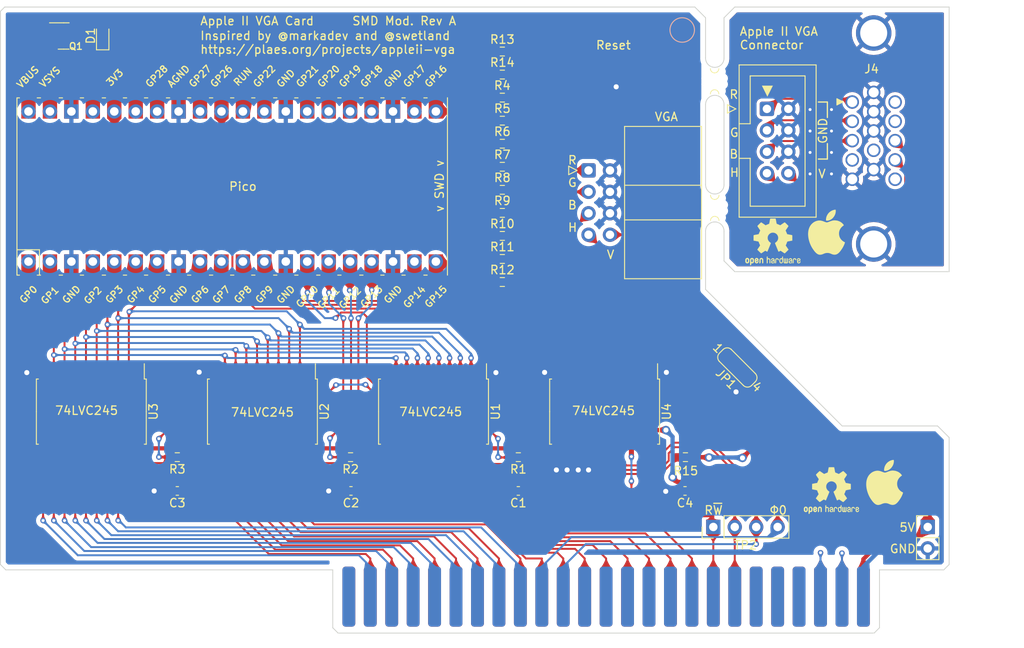
<source format=kicad_pcb>
(kicad_pcb (version 20221018) (generator pcbnew)
  (title_block (title "Apple II VGA Card") (date "2023-09-09") (rev "B") (comment 1 "Licensed under CERN-OHL-P V2.0 (https://ohwr.org/cern_ohl_p_v2.txt)") (comment 2 "Copyright (c) 2021-2023 Mark Aikens"))
  (layers (0 "F.Cu" signal) (31 "B.Cu" signal) (35 "F.Paste" user) (37 "F.SilkS" user "F.Silkscreen") (38 "B.Mask" user) (39 "F.Mask" user) (44 "Edge.Cuts" user))
  (net 0 "")
  (net 1 "+5V")
  (net 2 "GND")
  (net 3 "+3.3V")
  (net 4 "~{DMAPASS}")
  (net 5 "~{INTPASS}")
  (net 6 "/DA0")
  (net 7 "/DA1")
  (net 8 "/DA2")
  (net 9 "/DA3")
  (net 10 "/DA4")
  (net 11 "/DA5")
  (net 12 "/DA6")
  (net 13 "/DA7")
  (net 14 "/VSYS")
  (net 16 "SYNC")
  (net 21 "PHI0")
  (net 22 "R~{W}")
  (net 23 "VGA_VSYNC")
  (net 24 "VGA_HSYNC")
  (net 25 "VGA_B")
  (net 26 "VGA_G")
  (net 27 "VGA_R")
  (net 38 "RUN")
  (net 40 "~{DEVSEL}")
  (net 41 "Net-(U6-GPIO22)")
  (net 42 "Net-(U6-GPIO21)")
  (net 43 "Net-(U6-GPIO20)")
  (net 44 "Net-(U6-GPIO19)")
  (net 45 "Net-(U6-GPIO18)")
  (net 46 "Net-(U6-GPIO17)")
  (net 47 "Net-(U6-GPIO16)")
  (net 48 "Net-(U6-GPIO15)")
  (net 49 "Net-(U6-GPIO14)")
  (net 50 "Net-(U6-GPIO28_ADC2)")
  (net 51 "Net-(U6-GPIO27_ADC1)")
  (net 52 "Net-(U1-CE)")
  (net 53 "Net-(U2-CE)")
  (net 54 "Net-(U3-CE)")
  (net 55 "Net-(U4-A0)")
  (net 56 "Net-(U4-A1)")
  (net 57 "Net-(JP1-Pin_2)")
  (net 60 "PHI0_3.3")
  (net 63 "/VBUS")
  (net 66 "/A8")
  (net 67 "/A9")
  (net 68 "/A10")
  (net 69 "/A11")
  (net 70 "/A12")
  (net 71 "/A13")
  (net 72 "/A14")
  (net 73 "/A15")
  (net 74 "/A0")
  (net 75 "/A1")
  (net 76 "/A2")
  (net 77 "/A3")
  (net 78 "/A4")
  (net 79 "/A5")
  (net 80 "/A6")
  (net 81 "/A7")
  (net 82 "/D0")
  (net 83 "/D1")
  (net 84 "/D2")
  (net 85 "/D3")
  (net 86 "/D4")
  (net 87 "/D5")
  (net 88 "/D6")
  (net 89 "/D7")
  (net 90 "Net-(JP1-Pin_3)")
  (net 91 "Net-(JP1-Pin_1)")
  (net 92 "R")
  (net 93 "G")
  (net 94 "B")
  (net 95 "HSYNC")
  (net 96 "VSYNC")
  (net 102 "GND1")
  (footprint "AppleVGA:AppleIIBus_Edge" (layer "F.Cu") (at 152.4 136.525)
    (fp_text reference "J1" hide)
    (fp_text value "AppleIIBus" hide)
    (fp_line (start -32.385 3.683) (end -32.385 -3.175) (stroke (width 0.1)) (layer "Edge.Cuts"))
    (fp_line (start -31.75 4.318) (end -32.385 3.683) (stroke (width 0.1)) (layer "Edge.Cuts"))
    (fp_line (start 31.75 4.318) (end -31.75 4.318) (stroke (width 0.1)) (layer "Edge.Cuts"))
    (fp_line (start 31.75 4.318) (end 32.385 3.683) (stroke (width 0.1)) (layer "Edge.Cuts"))
    (fp_line (start 32.385 -3.175) (end 32.385 3.683) (stroke (width 0.1)) (layer "Edge.Cuts"))
  )
  (footprint "Resistor_SMD:R_0603_1608Metric_Pad0.98x0.95mm_HandSolder" (layer "F.Cu") (at 140.1045 82.8675)
    (fp_text reference "R6")
    (fp_text value "2K")
  )
  (footprint "Resistor_SMD:R_0603_1608Metric_Pad0.98x0.95mm_HandSolder" (layer "F.Cu") (at 140.1045 85.598)
    (fp_text reference "R7")
    (fp_text value "500")
  )
  (footprint "Resistor_SMD:R_0603_1608Metric_Pad0.98x0.95mm_HandSolder" (layer "F.Cu") (at 140.1045 74.676)
    (fp_text reference "R14")
    (fp_text value "47")
  )
  (footprint "Resistor_SMD:R_0603_1608Metric_Pad0.98x0.95mm_HandSolder" (layer "F.Cu") (at 140.1045 71.9455)
    (fp_text reference "R13")
    (fp_text value "47")
  )
  (footprint "Resistor_SMD:R_0603_1608Metric_Pad0.98x0.95mm_HandSolder" (layer "F.Cu") (at 140.1045 96.52)
    (fp_text reference "R11")
    (fp_text value "1K")
  )
  (footprint "Resistor_SMD:R_0603_1608Metric_Pad0.98x0.95mm_HandSolder" (layer "F.Cu") (at 140.1045 99.2505)
    (fp_text reference "R12")
    (fp_text value "2K")
  )
  (footprint "Resistor_SMD:R_0603_1608Metric_Pad0.98x0.95mm_HandSolder" (layer "F.Cu") (at 140.1045 93.7895)
    (fp_text reference "R10")
    (fp_text value "500")
  )
  (footprint "Resistor_SMD:R_0603_1608Metric_Pad0.98x0.95mm_HandSolder" (layer "F.Cu") (at 140.1045 88.3285)
    (fp_text reference "R8")
    (fp_text value "1K")
  )
  (footprint "Resistor_SMD:R_0603_1608Metric_Pad0.98x0.95mm_HandSolder" (layer "F.Cu") (at 140.1045 91.059)
    (fp_text reference "R9")
    (fp_text value "2K")
  )
  (footprint "AppleVGA:RPi_Pico_H_SMD_TH" (layer "F.Cu") (at 108.1024 87.9348 90)
    (fp_text reference "U6" hide)
    (fp_text value "Pico")
  )
  (footprint "Diode_SMD:D_0603_1608Metric_Pad1.05x0.95mm_HandSolder" (layer "F.Cu") (at 92.760085 70.0815 90)
    (fp_text reference "D1")
    (fp_text value "1N5817")
  )
  (footprint "AppleVGA:TS-1187A-B-A-B" (layer "F.Cu") (at 153.5148 66.0908)
    (fp_text reference "SW1")
    (fp_text value "Reset")
  )
  (footprint "Package_SO:SOIC-20W_7.5x12.8mm_P1.27mm" (layer "F.Cu") (at 131.953 114.6048 -90)
    (fp_text reference "U1")
    (fp_text value "74LVC245")
  )
  (footprint "Package_SO:SOIC-20W_7.5x12.8mm_P1.27mm" (layer "F.Cu") (at 91.4146 114.6048 -90)
    (fp_text reference "U3")
    (fp_text value "74LVC245")
  )
  (footprint "Package_SO:SOIC-20W_7.5x12.8mm_P1.27mm" (layer "F.Cu") (at 111.6838 114.6048 -90)
    (fp_text reference "U2")
    (fp_text value "74LVC245")
  )
  (footprint "Package_SO:SOIC-20W_7.5x12.8mm_P1.27mm" (layer "F.Cu") (at 152.2222 114.6048 -90)
    (fp_text reference "U4")
    (fp_text value "74LVC245")
  )
  (footprint "Capacitor_SMD:C_0603_1608Metric_Pad1.08x0.95mm_HandSolder" (layer "F.Cu") (at 101.6 124 180)
    (fp_text reference "C3")
    (fp_text value "0.1μ")
  )
  (footprint "Capacitor_SMD:C_0603_1608Metric_Pad1.08x0.95mm_HandSolder" (layer "F.Cu") (at 142 124 180)
    (fp_text reference "C1")
    (fp_text value "0.1μ")
  )
  (footprint "Connector_IDC:IDC-Header_2x04_P2.54mm_Horizontal" (layer "F.Cu") (at 150.3172 86.0298)
    (fp_text reference "J2")
    (fp_text value "VGA")
  )
  (footprint "Resistor_SMD:R_0603_1608Metric_Pad0.98x0.95mm_HandSolder" (layer "F.Cu") (at 140.1045 80.137)
    (fp_text reference "R5")
    (fp_text value "1K")
  )
  (footprint "Resistor_SMD:R_0603_1608Metric_Pad0.98x0.95mm_HandSolder" (layer "F.Cu") (at 140.1045 77.4065)
    (fp_text reference "R4")
    (fp_text value "500")
  )
  (footprint "Resistor_SMD:R_0603_1608Metric_Pad0.98x0.95mm_HandSolder" (layer "F.Cu") (at 142 120 180)
    (fp_text reference "R1")
    (fp_text value "10K")
  )
  (footprint "AppleVGA:SolderJumper-4_P1.3mm_Bridged12_34_RoundedPad1.0x1.5mm_NumberLabels" (layer "F.Cu") (at 167.4876 108.9152 -45)
    (fp_text reference "JP1")
    (fp_text value "JumperPads" hide)
  )
  (footprint "Resistor_SMD:R_0603_1608Metric_Pad0.98x0.95mm_HandSolder" (layer "F.Cu") (at 161.7961 120 180)
    (fp_text reference "R15")
    (fp_text value "10K")
  )
  (footprint "Connector_PinHeader_2.54mm:PinHeader_1x02_P2.54mm_Vertical" (layer "F.Cu") (at 190.5 128.27)
    (fp_text reference "TP1" hide)
    (fp_text value "PowerTestPoints" hide)
  )
  (footprint "AppleVGA:mouse-bite-1mm-slot" (layer "F.Cu") (at 165.2524 75.473528 90)
    (fp_text reference "mouse-bite-1mm-slot" hide)
    (fp_text value "VAL**" hide)
  )
  (footprint "Symbol:OSHW-Logo2_7.3x6mm_SilkScreen" (layer "F.Cu") (at 172.1612 94.488)
    (fp_text reference "REF**" hide)
    (fp_text value "OSHW-Logo2_7.3x6mm_SilkScreen" hide)
  )
  (footprint "Capacitor_SMD:C_0603_1608Metric_Pad1.08x0.95mm_HandSolder" (layer "F.Cu") (at 122.1751 124 180)
    (fp_text reference "C2")
    (fp_text value "0.1μ")
  )
  (footprint "Package_TO_SOT_SMD:SOT-23" (layer "F.Cu") (at 88.138 70.104)
    (fp_text reference "Q1")
    (fp_text value "DMG2305UX-7" hide)
  )
  (footprint "AppleVGA:AppleLogo_5mm" (layer "F.Cu") (at 185.442918 118.986726)
    (fp_text reference "LOGO1" hide)
    (fp_text value "AppleLogo_5mm" hide)
  )
  (footprint "AppleVGA:mouse-bite-1mm-slot" (layer "F.Cu") (at 165.2684 90.4692 90)
    (fp_text reference "mouse-bite-1mm-slot" hide)
    (fp_text value "VAL**" hide)
  )
  (footprint "Connector_PinHeader_2.54mm:PinHeader_1x04_P2.54mm_Vertical" (layer "F.Cu") (at 165.1 128.27 90)
    (fp_text reference "TP2")
    (fp_text value "SignalTestPoints" hide)
  )
  (footprint "Resistor_SMD:R_0603_1608Metric_Pad0.98x0.95mm_HandSolder" (layer "F.Cu") (at 101.6 120 180)
    (fp_text reference "R3")
    (fp_text value "10K")
  )
  (footprint "Capacitor_SMD:C_0603_1608Metric_Pad1.08x0.95mm_HandSolder" (layer "F.Cu") (at 161.7472 124 180)
    (fp_text reference "C4")
    (fp_text value "0.1μ")
  )
  (footprint "AppleVGA:DSUB-15HD_TE_Connectivity_2311586-4" (layer "F.Cu") (at 184.0992 82.5024 90)
    (fp_text reference "J4")
    (fp_text value "DB15HD_Female")
  )
  (footprint "Symbol:OSHW-Logo2_7.3x6mm_SilkScreen" (layer "F.Cu") (at 179.0954 123.952)
    (fp_text reference "REF**" hide)
    (fp_text value "OSHW-Logo2_7.3x6mm_SilkScreen" hide)
  )
  (footprint "AppleVGA:AppleLogo_5mm" (layer "F.Cu") (at 178.559518 89.344926)
    (fp_text reference "LOGO1" hide)
    (fp_text value "AppleLogo_5mm" hide)
  )
  (footprint "Connector_IDC:IDC-Header_2x04_P2.54mm_Vertical" (layer "F.Cu") (at 171.45 78.74)
    (fp_text reference "J3")
    (fp_text value "IDC_02x04")
  )
  (footprint "Resistor_SMD:R_0603_1608Metric_Pad0.98x0.95mm_HandSolder" (layer "F.Cu") (at 122.1251 120 180)
    (fp_text reference "R2")
    (fp_text value "10K")
  )
  (footprint "TestPoint:TestPoint_Pad_D2.5mm" (layer "B.Cu") (at 161.417 69.3928 180)
    (fp_text reference "REF**" hide)
    (fp_text value "TestPoint_Pad_D2.5mm" hide)
  )
  (gr_line (start 178.6128 84.6836) (end 178.6128 82.8548) (stroke (width 0.1524)) (layer "F.SilkS"))
  (gr_poly (pts (xy 170.8698 75.9968) (xy 172.1398 75.9968) (xy 171.5048 77.2668)) (stroke (width 0.0254)) (fill solid) (layer "F.SilkS"))
  (gr_line (start 177.546 84.6836) (end 178.6128 84.6836) (stroke (width 0.1524)) (layer "F.SilkS"))
  (gr_line (start 177.546 77.9272) (end 178.6128 77.9272) (stroke (width 0.1524)) (layer "F.SilkS"))
  (gr_line (start 178.6128 77.9272) (end 178.6128 79.756) (stroke (width 0.1524)) (layer "F.SilkS"))
  (gr_line locked (start 193.04 132.715) (end 193.04 117.6782) (stroke (width 0.1)) (layer "Edge.Cuts"))
  (gr_line (start 162.9156 66.675) (end 81.153 66.675) (stroke (width 0.1)) (layer "Edge.Cuts"))
  (gr_line locked (start 81.28 133.35) (end 120.015 133.35) (stroke (width 0.1)) (layer "Edge.Cuts"))
  (gr_line locked (start 184.785 133.35) (end 192.405 133.35) (stroke (width 0.1)) (layer "Edge.Cuts"))
  (gr_line (start 193.04 98.025001) (end 167.64 98.025001) (stroke (width 0.1)) (layer "Edge.Cuts"))
  (gr_arc (start 166.37 72.7268) (mid 165.253681 73.82008) (end 164.182931 72.682132) (stroke (width 0.1)) (layer "Edge.Cuts"))
  (gr_line (start 166.37 67.945) (end 166.37 72.7268) (stroke (width 0.1)) (layer "Edge.Cuts"))
  (gr_arc (start 164.182038 93.225854) (mid 165.298357 92.132574) (end 166.369107 93.270522) (stroke (width 0.1)) (layer "Edge.Cuts"))
  (gr_line locked (start 164.182931 100.124131) (end 180.360187 116.301387) (stroke (width 0.1)) (layer "Edge.Cuts"))
  (gr_line (start 166.37 96.755001) (end 167.64 98.025001) (stroke (width 0.1)) (layer "Edge.Cuts"))
  (gr_arc (start 164.182038 78.225854) (mid 165.298357 77.132574) (end 166.369107 78.270522) (stroke (width 0.1)) (layer "Edge.Cuts"))
  (gr_line locked (start 81.153 66.675) (end 80.645 67.183) (stroke (width 0.1)) (layer "Edge.Cuts"))
  (gr_line (start 164.182038 93.225854) (end 164.182931 100.124131) (stroke (width 0.1)) (layer "Edge.Cuts"))
  (gr_line (start 162.910244 66.675) (end 164.182931 67.945) (stroke (width 0.1)) (layer "Edge.Cuts"))
  (gr_line (start 193.04 66.675) (end 193.04 98.025001) (stroke (width 0.1)) (layer "Edge.Cuts"))
  (gr_line locked (start 180.360187 116.301387) (end 191.6684 116.301387) (stroke (width 0.1)) (layer "Edge.Cuts"))
  (gr_line (start 166.369107 93.270522) (end 166.37 96.755001) (stroke (width 0.1)) (layer "Edge.Cuts"))
  (gr_line (start 167.64 66.675) (end 193.04 66.675) (stroke (width 0.1)) (layer "Edge.Cuts"))
  (gr_line (start 164.182931 67.945) (end 164.182931 72.682132) (stroke (width 0.1)) (layer "Edge.Cuts"))
  (gr_line (start 166.37 67.945) (end 167.64 66.675) (stroke (width 0.1)) (layer "Edge.Cuts"))
  (gr_arc locked (start 166.37 87.7268) (mid 165.253681 88.82008) (end 164.182931 87.682132) (stroke (width 0.1)) (layer "Edge.Cuts"))
  (gr_line (start 166.369107 78.270522) (end 166.37 87.7268) (stroke (width 0.1)) (layer "Edge.Cuts"))
  (gr_line locked (start 80.645 132.715) (end 81.28 133.35) (stroke (width 0.1)) (layer "Edge.Cuts"))
  (gr_line locked (start 192.405 133.35) (end 193.04 132.715) (stroke (width 0.1)) (layer "Edge.Cuts"))
  (gr_line locked (start 80.645 67.183) (end 80.645 132.715) (stroke (width 0.1)) (layer "Edge.Cuts"))
  (gr_line locked (start 193.041171 117.674158) (end 191.6684 116.301387) (stroke (width 0.1)) (layer "Edge.Cuts"))
  (gr_line (start 164.182038 78.225854) (end 164.182931 87.682132) (stroke (width 0.1)) (layer "Edge.Cuts"))
  (gr_text "<-- \n  PICO\n  USB\n<--" (at 83.2612 91.821) (layer "F.Cu") (effects (font (size 1.5 1.5) (thickness 0.3) bold) (justify left bottom)))
  (gr_text "GND" (at 185.928 131.445) (layer "F.SilkS") (effects (font (size 1 1)) (justify left bottom)))
  (gr_text "R" (at 147.8026 85.403267) (layer "F.SilkS") (effects (font (size 1 1)) (justify left bottom)))
  (gr_text "Inspired by @markadev and @swetland " (at 104.2416 70.6628) (layer "F.SilkS") (effects (font (size 1 1)) (justify left bottom)))
  (gr_text "Apple II VGA Card      SMD Mod. Rev A" (at 104.2416 68.9102) (layer "F.SilkS") (effects (font (size 1 1)) (justify left bottom)))
  (gr_text "H" (at 166.9796 86.868) (layer "F.SilkS") (effects (font (size 1 1)) (justify left bottom)))
  (gr_text "V" (at 152.4 96.5962) (layer "F.SilkS") (effects (font (size 1 1)) (justify left bottom)))
  (gr_text "V" (at 177.4444 87.0204) (layer "F.SilkS") (effects (font (size 1 1)) (justify left bottom)))
  (gr_text "H" (at 147.8026 93.378867) (layer "F.SilkS") (effects (font (size 1 1)) (justify left bottom)))
  (gr_text "Apple II VGA\nConnector" (at 168.148 71.755) (layer "F.SilkS") (effects (font (size 1 1)) (justify left bottom)))
  (gr_text "G" (at 147.8026 88.0618) (layer "F.SilkS") (effects (font (size 1 1)) (justify left bottom)))
  (gr_text "5V" (at 187.071 128.905) (layer "F.SilkS") (effects (font (size 1 1)) (justify left bottom)))
  (gr_text "G" (at 166.9796 82.1436) (layer "F.SilkS") (effects (font (size 1 1)) (justify left bottom)))
  (gr_text "GND" (at 178.6636 82.9564 90) (layer "F.SilkS") (effects (font (size 1 1)) (justify left bottom)))
  (gr_text "R~{W}" (at 163.957 126.873) (layer "F.SilkS") (effects (font (size 1 1)) (justify left bottom)))
  (gr_text "R" (at 166.9288 77.6224) (layer "F.SilkS") (effects (font (size 1 1)) (justify left bottom)))
  (gr_text "B" (at 147.8026 90.720333) (layer "F.SilkS") (effects (font (size 1 1)) (justify left bottom)))
  (gr_text "https://plaes.org/projects/appleii-vga" (at 104.2416 72.2884) (layer "F.SilkS") (effects (font (size 1 1)) (justify left bottom)))
  (gr_text "Φ0" (at 171.704 126.873) (layer "F.SilkS") (effects (font (size 1 1)) (justify left bottom)))
  (gr_text "B" (at 166.9288 84.6836) (layer "F.SilkS") (effects (font (size 1 1)) (justify left bottom)))
  (segment (start 92.760085 69.2065) (end 157.6493 69.2065) (width 0.5) (layer "F.Cu") (net 1))
  (segment (start 182.88 132.08) (end 182.88 136.525) (width 0.5) (layer "F.Cu") (net 1))
  (segment (start 190.5 128.27) (end 187.96 130.81) (width 0.5) (layer "F.Cu") (net 1))
  (segment (start 164.5516 120) (end 164.592 120.0404) (width 0.5) (layer "F.Cu") (net 1))
  (segment (start 184.15 130.81) (end 182.88 132.08) (width 0.5) (layer "F.Cu") (net 1))
  (segment (start 162.7086 120) (end 164.5516 120) (width 0.5) (layer "F.Cu") (net 1))
  (segment (start 189.0268 118.618) (end 190.5 120.0912) (width 0.5) (layer "F.Cu") (net 1))
  (segment (start 157.6493 69.2065) (end 160.8836 72.4408) (width 0.5) (layer "F.Cu") (net 1))
  (segment (start 180.1368 118.618) (end 189.0268 118.618) (width 0.5) (layer "F.Cu") (net 1))
  (segment (start 170.0276 118.618) (end 180.1368 118.618) (width 0.5) (layer "F.Cu") (net 1))
  (segment (start 160.8836 99.3648) (end 179.4764 117.9576) (width 0.5) (layer "F.Cu") (net 1))
  (segment (start 89.0755 70.104) (end 89.999395 69.180105) (width 0.5) (layer "F.Cu") (net 1))
  (segment (start 89.999395 69.180105) (end 92.760085 69.180105) (width 0.5) (layer "F.Cu") (net 1))
  (segment (start 168.5544 120.0912) (end 170.0276 118.618) (width 0.5) (layer "F.Cu") (net 1))
  (segment (start 190.5 120.0912) (end 190.5 128.27) (width 0.5) (layer "F.Cu") (net 1))
  (segment (start 187.96 130.81) (end 184.15 130.81) (width 0.5) (layer "F.Cu") (net 1))
  (segment (start 160.8836 72.4408) (end 160.8836 99.3648) (width 0.5) (layer "F.Cu") (net 1))
  (segment (start 179.4764 117.9576) (end 180.1368 118.618) (width 0.5) (layer "F.Cu") (net 1))
  (via (at 164.592 120.0404) (size 1) (drill 0.6) (layers "F.Cu" "B.Cu") (net 1))
  (via (at 168.5544 120.0912) (size 1) (drill 0.6) (layers "F.Cu" "B.Cu") (net 1))
  (segment (start 168.5036 120.0404) (end 168.5544 120.0912) (width 0.5) (layer "B.Cu") (net 1))
  (segment (start 164.592 120.0404) (end 168.5036 120.0404) (width 0.5) (layer "B.Cu") (net 1))
  (segment (start 159.5116 124) (end 159.4612 124.0504) (width 0.5) (layer "F.Cu") (net 2))
  (segment (start 150.5148 76.8408) (end 152.8768 76.8408) (width 0.5) (layer "F.Cu") (net 2))
  (segment (start 143.497262 125.0298) (end 146.5072 122.019862) (width 0.5) (layer "F.Cu") (net 2))
  (segment (start 150.3172 118.498906) (end 150.3172 119.2548) (width 0.5) (layer "F.Cu") (net 2))
  (segment (start 106.792706 111.5346) (end 116.574894 111.5346) (width 0.5) (layer "F.Cu") (net 2))
  (segment (start 105.9452 110.687094) (end 106.792706 111.5346) (width 0.5) (layer "F.Cu") (net 2))
  (segment (start 147.7772 119.2548) (end 147.7772 121.5136) (width 0.5) (layer "F.Cu") (net 2))
  (segment (start 159.5628 109.9312) (end 159.5392 109.9548) (width 0.5) (layer "F.Cu") (net 2))
  (segment (start 145.0848 109.982) (end 145.112 109.9548) (width 0.5) (layer "F.Cu") (net 2))
  (segment (start 126.238 110.979799) (end 126.792801 111.5346) (width 0.5) (layer "F.Cu") (net 2))
  (segment (start 142.1673 125.0298) (end 143.497262 125.0298) (width 0.5) (layer "F.Cu") (net 2))
  (segment (start 157.9372 109.9548) (end 159.5392 109.9548) (width 0.5) (layer "F.Cu") (net 2))
  (segment (start 149.0472 121.4628) (end 149.098 121.5136) (width 0.5) (layer "F.Cu") (net 2))
  (segment (start 126.792801 111.5346) (end 137.113199 111.5346) (width 0.5) (layer "F.Cu") (net 2))
  (segment (start 160.8847 124) (end 159.5116 124) (width 0.5) (layer "F.Cu") (net 2))
  (segment (start 154.3108 76.8408) (end 153.5938 76.1238) (width 0.5) (layer "F.Cu") (net 2))
  (segment (start 156.039399 117.602) (end 151.214106 117.602) (width 0.5) (layer "F.Cu") (net 2))
  (segment (start 137.668 110.979799) (end 137.668 109.9548) (width 0.5) (layer "F.Cu") (net 2))
  (segment (start 169.326078 110.753678) (end 169.306722 110.753678) (width 0.5) (layer "F.Cu") (net 2))
  (segment (start 126.238 109.9548) (end 126.238 110.979799) (width 0.5) (layer "F.Cu") (net 2))
  (segment (start 156.6672 118.229801) (end 156.039399 117.602) (width 0.5) (layer "F.Cu") (net 2))
  (segment (start 152.8768 76.8408) (end 153.5938 76.1238) (width 0.5) (layer "F.Cu") (net 2))
  (segment (start 85.6996 109.9548) (end 83.7964 109.9548) (width 0.5) (layer "F.Cu") (net 2))
  (segment (start 137.668 109.9548) (end 139.3172 109.9548) (width 0.5) (layer "F.Cu") (net 2))
  (segment (start 105.9452 109.9312) (end 105.9452 110.687094) (width 0.5) (layer "F.Cu") (net 2))
  (segment (start 146.5072 119.2548) (end 150.3172 119.2548) (width 0.5) (layer "F.Cu") (net 2))
  (segment (start 137.113199 111.5346) (end 137.668 110.979799) (width 0.5) (layer "F.Cu") (net 2))
  (segment (start 104.1908 109.9312) (end 105.9452 109.9312) (width 0.5) (layer "F.Cu") (net 2))
  (segment (start 100.7375 124) (end 98.8596 124) (width 0.5) (layer "F.Cu") (net 2))
  (segment (start 141.1375 124) (end 142.1673 125.0298) (width 0.5) (layer "F.Cu") (net 2))
  (segment (start 83.7964 109.9548) (end 83.7692 109.982) (width 0.5) (layer "F.Cu") (net 2))
  (segment (start 146.5072 119.2548) (end 146.5072 121.5136) (width 0.5) (layer "F.Cu") (net 2))
  (segment (start 146.5072 121.5136) (end 150.3172 121.5136) (width 0.5) (layer "F.Cu") (net 2))
  (segment (start 156.6672 119.2548) (end 156.6672 118.229801) (width 0.5) (layer "F.Cu") (net 2))
  (segment (start 169.306722 110.753678) (end 167.7924 112.268) (width 0.5) (layer "F.Cu") (net 2))
  (segment (start 156.5148 76.8408) (end 154.3108 76.8408) (width 0.5) (layer "F.Cu") (net 2))
  (segment (start 151.214106 117.602) (end 150.3172 118.498906) (width 0.5) (layer "F.Cu") (net 2))
  (segment (start 116.574894 111.5346) (end 117.3988 110.710694) (width 0.5) (layer "F.Cu") (net 2))
  (segment (start 117.3988 110.710694) (end 117.3988 109.9548) (width 0.5) (layer "F.Cu") (net 2))
  (segment (start 146.5072 109.9548) (end 145.112 109.9548) (width 0.5) (layer "F.Cu") (net 2))
  (segment (start 150.3172 119.2548) (end 150.3172 121.5136) (width 0.5) (layer "F.Cu") (net 2))
  (segment (start 119.5352 124) (end 119.5324 124.0028) (width 0.5) (layer "F.Cu") (net 2))
  (segment (start 98.8596 124) (end 98.8568 124.0028) (width 0.5) (layer "F.Cu") (net 2))
  (segment (start 146.5072 122.019862) (end 146.5072 121.5136) (width 0.5) (layer "F.Cu") (net 2))
  (segment (start 149.0472 119.2548) (end 149.0472 121.4628) (width 0.5) (layer "F.Cu") (net 2))
  (segment (start 139.3172 109.9548) (end 139.3444 109.982) (width 0.5) (layer "F.Cu") (net 2))
  (segment (start 121.3126 124) (end 119.5352 124) (width 0.5) (layer "F.Cu") (net 2))
  (via (at 149.098 121.5136) (size 1) (drill 0.6) (layers "F.Cu" "B.Cu") (net 2))
  (via (at 146.5072 121.5136) (size 1) (drill 0.6) (layers "F.Cu" "B.Cu") (net 2))
  (via (at 153.5938 76.1238) (size 1) (drill 0.6) (layers "F.Cu" "B.Cu") (net 2))
  (via (at 139.3444 109.982) (size 1) (drill 0.6) (layers "F.Cu" "B.Cu") (net 2))
  (via (at 83.7692 109.982) (size 1) (drill 0.6) (layers "F.Cu" "B.Cu") (net 2))
  (via (at 98.8568 124.0028) (size 1) (drill 0.6) (layers "F.Cu" "B.Cu") (net 2))
  (via (at 119.5324 124.0028) (size 1) (drill 0.6) (layers "F.Cu" "B.Cu") (net 2))
  (via (at 104.1908 109.9312) (size 1) (drill 0.6) (layers "F.Cu" "B.Cu") (net 2))
  (via (at 159.5392 109.9548) (size 1) (drill 0.6) (layers "F.Cu" "B.Cu") (net 2))
  (via (at 150.3172 121.5136) (size 1) (drill 0.6) (layers "F.Cu" "B.Cu") (net 2))
  (via (at 145.112 109.9548) (size 1) (drill 0.6) (layers "F.Cu" "B.Cu") (net 2))
  (via (at 159.4612 124.0504) (size 1) (drill 0.6) (layers "F.Cu" "B.Cu") (net 2))
  (via (at 167.7924 112.268) (size 1) (drill 0.6) (layers "F.Cu" "B.Cu") (net 2))
  (via (at 147.7772 121.5136) (size 1) (drill 0.6) (layers "F.Cu" "B.Cu") (net 2))
  (segment (start 182.88 132.969) (end 185.039 130.81) (width 0.5) (layer "B.Cu") (net 2))
  (segment (start 182.88 136.525) (end 182.88 132.969) (width 0.5) (layer "B.Cu") (net 2))
  (segment (start 185.039 130.81) (end 190.5 130.81) (width 0.5) (layer "B.Cu") (net 2))
  (segment (start 157.9372 118.229801) (end 156.496599 116.7892) (width 0.5) (layer "F.Cu") (net 3))
  (segment (start 162.6097 124) (end 162.6097 123.525) (width 0.5) (layer "F.Cu") (net 3))
  (segment (start 162.0207 122.936) (end 160.8328 122.936) (width 0.5) (layer "F.Cu") (net 3))
  (segment (start 137.668 119.2548) (end 137.668 118.229801) (width 0.5) (layer "F.Cu") (net 3))
  (segment (start 123.0376 120) (end 123.0376 124) (width 0.5) (layer "F.Cu") (net 3))
  (segment (start 97.1296 118.229801) (end 95.130199 116.2304) (width 0.5) (layer "F.Cu") (net 3))
  (segment (start 116.843999 117.675) (end 104.8375 117.675) (width 0.5) (layer "F.Cu") (net 3))
  (segment (start 102.5125 123.95) (end 102.4625 124) (width 0.5) (layer "F.Cu") (net 3))
  (segment (start 102.5125 120) (end 102.5125 123.95) (width 0.5) (layer "F.Cu") (net 3))
  (segment (start 137.113199 117.675) (end 125.3626 117.675) (width 0.5) (layer "F.Cu") (net 3))
  (segment (start 81.9912 113.2332) (end 81.9912 94.6912) (width 0.5) (layer "F.Cu") (net 3))
  (segment (start 83.4644 93.218) (end 90.8304 93.218) (width 0.5) (layer "F.Cu") (net 3))
  (segment (start 157.9372 119.2548) (end 157.9372 118.229801) (width 0.5) (layer "F.Cu") (net 3))
  (segment (start 81.9912 94.6912) (end 83.4644 93.218) (width 0.5) (layer "F.Cu") (net 3))
  (segment (start 142.8625 120.05) (end 142.9125 120) (width 0.5) (layer "F.Cu") (net 3))
  (segment (start 160.8328 122.936) (end 160.274 122.3772) (width 0.5) (layer "F.Cu") (net 3))
  (segment (start 121.992401 118.954801) (end 117.698799 118.954801) (width 0.5) (layer "F.Cu") (net 3))
  (segment (start 156.496599 116.7892) (end 159.486602 116.7892) (width 0.5) (layer "F.Cu") (net 3))
  (segment (start 125.3626 117.675) (end 123.0376 120) (width 0.5) (layer "F.Cu") (net 3))
  (segment (start 117.3988 118.229801) (end 116.843999 117.675) (width 0.5) (layer "F.Cu") (net 3))
  (segment (start 117.3988 119.2548) (end 117.3988 118.229801) (width 0.5) (layer "F.Cu") (net 3))
  (segment (start 94.1578 89.8906) (end 94.1578 79.0448) (width 0.5) (layer "F.Cu") (net 3))
  (segment (start 102.5125 120) (end 101.467301 118.954801) (width 0.5) (layer "F.Cu") (net 3))
  (segment (start 123.0376 120) (end 121.992401 118.954801) (width 0.5) (layer "F.Cu") (net 3))
  (segment (start 141.867301 118.954801) (end 137.967999 118.954801) (width 0.5) (layer "F.Cu") (net 3))
  (segment (start 95.130199 116.2304) (end 84.9884 116.2304) (width 0.5) (layer "F.Cu") (net 3))
  (segment (start 84.9884 116.2304) (end 81.9912 113.2332) (width 0.5) (layer "F.Cu") (net 3))
  (segment (start 162.6097 123.525) (end 162.0207 122.936) (width 0.5) (layer "F.Cu") (net 3))
  (segment (start 97.1296 119.2548) (end 97.1296 118.229801) (width 0.5) (layer "F.Cu") (net 3))
  (segment (start 146.1233 116.7892) (end 142.9125 120) (width 0.5) (layer "F.Cu") (net 3))
  (segment (start 142.8625 124) (end 142.8625 120.05) (width 0.5) (layer "F.Cu") (net 3))
  (segment (start 101.467301 118.954801) (end 97.429599 118.954801) (width 0.5) (layer "F.Cu") (net 3))
  (segment (start 142.9125 120) (end 141.867301 118.954801) (width 0.5) (layer "F.Cu") (net 3))
  (segment (start 156.496599 116.7892) (end 146.1233 116.7892) (width 0.5) (layer "F.Cu") (net 3))
  (segment (start 137.668 118.229801) (end 137.113199 117.675) (width 0.5) (layer "F.Cu") (net 3))
  (segment (start 137.967999 118.954801) (end 137.668 119.2548) (width 0.5) (layer "F.Cu") (net 3))
  (segment (start 117.698799 118.954801) (end 117.3988 119.2548) (width 0.5) (layer "F.Cu") (net 3))
  (segment (start 97.429599 118.954801) (end 97.1296 119.2548) (width 0.5) (layer "F.Cu") (net 3))
  (segment (start 104.8375 117.675) (end 102.5125 120) (width 0.5) (layer "F.Cu") (net 3))
  (segment (start 90.8304 93.218) (end 94.1578 89.8906) (width 0.5) (layer "F.Cu") (net 3))
  (via (at 159.486602 116.7892) (size 1) (drill 0.6) (layers "F.Cu" "B.Cu") (net 3))
  (via (at 160.274 122.3772) (size 1) (drill 0.6) (layers "F.Cu" "B.Cu") (net 3))
  (segment (start 160.274 122.3772) (end 160.274 117.576598) (width 0.5) (layer "B.Cu") (net 3))
  (segment (start 160.274 117.576598) (end 159.486602 116.7892) (width 0.5) (layer "B.Cu") (net 3))
  (segment (start 180.34 136.525) (end 180.34 131.3688) (width 0.2286) (layer "F.Cu") (net 4))
  (via (at 180.34 131.3688) (size 0.65) (drill 0.35) (layers "F.Cu" "B.Cu") (net 4))
  (segment (start 180.34 131.3688) (end 180.34 136.525) (width 0.2286) (layer "B.Cu") (net 4))
  (segment (start 177.8 136.525) (end 177.8 131.318) (width 0.2286) (layer "F.Cu") (net 5))
  (via (at 177.8 131.318) (size 0.65) (drill 0.35) (layers "F.Cu" "B.Cu") (net 5))
  (segment (start 177.8 131.318) (end 177.8 136.525) (width 0.2286) (layer "B.Cu") (net 5))
  (segment (start 83.9978 96.8248) (end 83.9978 99.4156) (width 0.2286) (layer "F.Cu") (net 6))
  (segment (start 107.2388 109.9548) (end 107.2388 108.2115) (width 0.2286) (layer "F.Cu") (net 6))
  (segment (start 86.9696 102.3874) (end 86.9696 109.9548) (width 0.2286) (layer "F.Cu") (net 6))
  (segment (start 83.9978 99.4156) (end 86.9696 102.3874) (width 0.2286) (layer "F.Cu") (net 6))
  (segment (start 127.508 109.9548) (end 127.508 108.252802) (width 0.2286) (layer "F.Cu") (net 6))
  (segment (start 107.2388 108.2115) (end 107.2388 107.95) (width 0.2286) (layer "F.Cu") (net 6))
  (via locked (at 107.2388 107.95) (size 0.65) (drill 0.35) (layers "F.Cu" "B.Cu") (net 6))
  (via locked (at 86.9696 107.89921) (size 0.65) (drill 0.35) (layers "F.Cu" "B.Cu") (net 6))
  (via locked (at 127.508 108.252802) (size 0.65) (drill 0.35) (layers "F.Cu" "B.Cu") (net 6))
  (segment (start 86.96961 107.8992) (end 107.188 107.8992) (width 0.2286) (layer "B.Cu") (net 6))
  (segment (start 86.9696 107.89921) (end 86.96961 107.8992) (width 0.2286) (layer "B.Cu") (net 6))
  (segment (start 107.188 107.8992) (end 107.2388 107.95) (width 0.2286) (layer "B.Cu") (net 6))
  (segment (start 127.508 108.252802) (end 107.541602 108.252802) (width 0.2286) (layer "B.Cu") (net 6))
  (segment (start 107.541602 108.252802) (end 107.2388 107.95) (width 0.2286) (layer "B.Cu") (net 6))
  (segment (start 88.2396 101.346) (end 86.5378 99.6442) (width 0.2286) (layer "F.Cu") (net 7))
  (segment (start 128.778 109.9548) (end 128.778 108.139833) (width 0.2286) (layer "F.Cu") (net 7))
  (segment (start 108.5088 109.9548) (end 108.5088 107.2821) (width 0.2286) (layer "F.Cu") (net 7))
  (segment (start 86.5378 99.6442) (end 86.5378 96.8248) (width 0.2286) (layer "F.Cu") (net 7))
  (segment (start 88.2396 109.9548) (end 88.2396 101.346) (width 0.2286) (layer "F.Cu") (net 7))
  (via locked (at 88.239602 107.193625) (size 0.65) (drill 0.35) (layers "F.Cu" "B.Cu") (net 7))
  (via locked (at 108.5088 107.2821) (size 0.65) (drill 0.35) (layers "F.Cu" "B.Cu") (net 7))
  (via locked (at 128.778 108.252802) (size 0.65) (drill 0.35) (layers "F.Cu" "B.Cu") (net 7))
  (segment (start 114.94987 107.584902) (end 114.940372 107.5944) (width 0.2286) (layer "B.Cu") (net 7))
  (segment (start 114.940372 107.5944) (end 108.8211 107.5944) (width 0.2286) (layer "B.Cu") (net 7))
  (segment locked (start 128.778 108.252802) (end 128.778 107.7976) (width 0.2286) (layer "B.Cu") (net 7))
  (segment (start 108.420325 107.2388) (end 88.284775 107.2388) (width 0.2286) (layer "B.Cu") (net 7))
  (segment (start 108.5088 107.2821) (end 108.4655 107.2388) (width 0.2286) (layer "B.Cu") (net 7))
  (segment (start 88.284775 107.2388) (end 88.2396 107.193625) (width 0.2286) (layer "B.Cu") (net 7))
  (segment (start 128.565302 107.584902) (end 114.94987 107.584902) (width 0.2286) (layer "B.Cu") (net 7))
  (segment locked (start 128.778 107.7976) (end 128.565302 107.584902) (width 0.2286) (layer "B.Cu") (net 7))
  (segment (start 108.8211 107.5944) (end 108.5088 107.2821) (width 0.2286) (layer "B.Cu") (net 7))
  (segment (start 108.4655 107.193625) (end 108.420325 107.2388) (width 0.2286) (layer "B.Cu") (net 7))
  (segment (start 130.048 109.9548) (end 130.048 108.166401) (width 0.2286) (layer "F.Cu") (net 8))
  (segment (start 91.6178 99.5934) (end 89.5096 101.7016) (width 0.2286) (layer "F.Cu") (net 8))
  (segment (start 89.5096 101.7016) (end 89.5096 109.9548) (width 0.2286) (layer "F.Cu") (net 8))
  (segment (start 91.6178 96.8248) (end 91.6178 99.5934) (width 0.2286) (layer "F.Cu") (net 8))
  (segment locked (start 130.048 108.166401) (end 130.047998 108.166399) (width 0.2286) (layer "F.Cu") (net 8))
  (segment (start 109.7788 109.9548) (end 109.7788 106.832406) (width 0.2286) (layer "F.Cu") (net 8))
  (via locked (at 109.7788 106.832406) (size 0.65) (drill 0.35) (layers "F.Cu" "B.Cu") (net 8))
  (via locked (at 89.5096 106.5276) (size 0.65) (drill 0.35) (layers "F.Cu" "B.Cu") (net 8))
  (via locked (at 130.047998 108.252802) (size 0.65) (drill 0.35) (layers "F.Cu" "B.Cu") (net 8))
  (segment (start 114.750994 107.1372) (end 110.083594 107.1372) (width 0.2286) (layer "B.Cu") (net 8))
  (segment (start 110.083594 107.1372) (end 109.7788 106.832406) (width 0.2286) (layer "B.Cu") (net 8))
  (segment locked (start 129.479702 107.127702) (end 130.047998 107.695998) (width 0.2286) (layer "B.Cu") (net 8))
  (segment locked (start 130.047998 107.695998) (end 130.047998 108.166399) (width 0.2286) (layer "B.Cu") (net 8))
  (segment (start 109.7788 106.832406) (end 109.473994 106.5276) (width 0.2286) (layer "B.Cu") (net 8))
  (segment (start 129.479702 107.127702) (end 114.760492 107.127702) (width 0.2286) (layer "B.Cu") (net 8))
  (segment (start 109.473994 106.48055) (end 89.5096 106.48055) (width 0.2286) (layer "B.Cu") (net 8))
  (segment (start 114.760492 107.127702) (end 114.750994 107.1372) (width 0.2286) (layer "B.Cu") (net 8))
  (segment (start 94.1578 96.8248) (end 94.1578 99.7204) (width 0.2286) (layer "F.Cu") (net 9))
  (segment (start 111.0488 106.324396) (end 111.0488 106.273608) (width 0.2286) (layer "F.Cu") (net 9))
  (segment (start 131.318 109.9548) (end 131.318 108.076996) (width 0.2286) (layer "F.Cu") (net 9))
  (segment (start 111.0488 109.9548) (end 111.0488 106.324396) (width 0.2286) (layer "F.Cu") (net 9))
  (segment (start 111.0488 106.273608) (end 111.048792 106.2736) (width 0.2286) (layer "F.Cu") (net 9))
  (segment (start 94.1578 99.7204) (end 90.7796 103.0986) (width 0.2286) (layer "F.Cu") (net 9))
  (segment (start 90.7796 103.0986) (end 90.7796 109.9548) (width 0.2286) (layer "F.Cu") (net 9))
  (via locked (at 131.318 108.252802) (size 0.65) (drill 0.35) (layers "F.Cu" "B.Cu") (net 9))
  (via locked (at 111.048792 106.2736) (size 0.65) (drill 0.35) (layers "F.Cu" "B.Cu") (net 9))
  (via locked (at 90.779595 105.767475) (size 0.65) (drill 0.35) (layers "F.Cu" "B.Cu") (net 9))
  (segment (start 130.292502 106.670502) (end 111.445694 106.670502) (width 0.2286) (layer "B.Cu") (net 9))
  (segment locked (start 131.318 107.696) (end 131.318 108.252802) (width 0.2286) (layer "B.Cu") (net 9))
  (segment locked (start 131.317996 108.076996) (end 131.318 108.076996) (width 0.2286) (layer "B.Cu") (net 9))
  (segment (start 110.591598 105.767475) (end 90.779597 105.767475) (width 0.2286) (layer "B.Cu") (net 9))
  (segment (start 111.048792 106.2736) (end 110.591598 105.816406) (width 0.2286) (layer "B.Cu") (net 9))
  (segment (start 111.445694 106.670502) (end 111.048792 106.2736) (width 0.2286) (layer "B.Cu") (net 9))
  (segment (start 131.318 107.696) (end 130.292502 106.670502) (width 0.2286) (layer "B.Cu") (net 9))
  (segment (start 96.6978 98.3742) (end 92.0496 103.0224) (width 0.2286) (layer "F.Cu") (net 10))
  (segment (start 96.6978 96.8248) (end 96.6978 98.3742) (width 0.2286) (layer "F.Cu") (net 10))
  (segment (start 92.0496 103.0224) (end 92.0496 109.9548) (width 0.2286) (layer "F.Cu") (net 10))
  (segment (start 132.588 109.9548) (end 132.588 108.076992) (width 0.2286) (layer "F.Cu") (net 10))
  (segment (start 112.3188 109.9548) (end 112.3188 105.918006) (width 0.2286) (layer "F.Cu") (net 10))
  (segment (start 112.3188 105.918006) (end 112.3188 105.816394) (width 0.2286) (layer "F.Cu") (net 10))
  (via locked (at 112.3188 105.816394) (size 0.65) (drill 0.35) (layers "F.Cu" "B.Cu") (net 10))
  (via locked (at 92.0496 105.046906) (size 0.65) (drill 0.35) (layers "F.Cu" "B.Cu") (net 10))
  (via locked (at 132.588 108.252802) (size 0.65) (drill 0.35) (layers "F.Cu" "B.Cu") (net 10))
  (segment locked (start 132.588 108.252802) (end 132.588 107.771201) (width 0.2286) (layer "B.Cu") (net 10))
  (segment (start 130.988799 106.172) (end 112.674406 106.172) (width 0.2286) (layer "B.Cu") (net 10))
  (segment (start 111.549312 105.046906) (end 92.0496 105.046906) (width 0.2286) (layer "B.Cu") (net 10))
  (segment (start 112.3188 105.816394) (end 111.549312 105.046906) (width 0.2286) (layer "B.Cu") (net 10))
  (segment locked (start 132.588 107.771201) (end 130.988799 106.172) (width 0.2286) (layer "B.Cu") (net 10))
  (segment (start 112.674406 106.172) (end 112.3188 105.816394) (width 0.2286) (layer "B.Cu") (net 10))
  (segment (start 99.2378 98.2726) (end 97.6927 99.8177) (width 0.2286) (layer "F.Cu") (net 11))
  (segment (start 96.3211 99.8177) (end 93.319596 102.819204) (width 0.2286) (layer "F.Cu") (net 11))
  (segment (start 93.3196 109.9548) (end 93.3196 104.292406) (width 0.2286) (layer "F.Cu") (net 11))
  (segment locked (start 133.858 108.261371) (end 133.857997 108.261368) (width 0.2286) (layer "F.Cu") (net 11))
  (segment (start 113.5888 109.9548) (end 113.5888 105.3084) (width 0.2286) (layer "F.Cu") (net 11))
  (segment (start 99.2378 96.8248) (end 99.2378 98.2726) (width 0.2286) (layer "F.Cu") (net 11))
  (segment (start 93.319596 102.819204) (end 93.319596 104.292402) (width 0.2286) (layer "F.Cu") (net 11))
  (segment (start 133.858 109.9548) (end 133.858 108.261371) (width 0.2286) (layer "F.Cu") (net 11))
  (segment (start 97.6927 99.8177) (end 96.3211 99.8177) (width 0.2286) (layer "F.Cu") (net 11))
  (segment (start 93.3196 104.292406) (end 93.319596 104.292402) (width 0.2286) (layer "F.Cu") (net 11))
  (via locked (at 133.857997 108.252802) (size 0.65) (drill 0.35) (layers "F.Cu" "B.Cu") (net 11))
  (via locked (at 93.319596 104.292402) (size 0.65) (drill 0.35) (layers "F.Cu" "B.Cu") (net 11))
  (via locked (at 113.5888 105.3084) (size 0.65) (drill 0.35) (layers "F.Cu" "B.Cu") (net 11))
  (segment locked (start 131.801598 105.7148) (end 133.857997 107.771199) (width 0.2286) (layer "B.Cu") (net 11))
  (segment locked (start 133.857997 108.252802) (end 133.857997 108.261368) (width 0.2286) (layer "B.Cu") (net 11))
  (segment locked (start 133.857997 107.771199) (end 133.857997 108.252802) (width 0.2286) (layer "B.Cu") (net 11))
  (segment (start 131.801598 105.7148) (end 113.9952 105.7148) (width 0.2286) (layer "B.Cu") (net 11))
  (segment (start 113.5888 105.3084) (end 112.572802 104.292402) (width 0.2286) (layer "B.Cu") (net 11))
  (segment (start 113.9952 105.7148) (end 113.5888 105.3084) (width 0.2286) (layer "B.Cu") (net 11))
  (segment (start 112.572802 104.292402) (end 93.319596 104.292402) (width 0.2286) (layer "B.Cu") (net 11))
  (segment (start 96.9772 100.3808) (end 94.5896 102.7684) (width 0.2286) (layer "F.Cu") (net 12))
  (segment (start 94.5896 109.9548) (end 94.5896 103.530384) (width 0.2286) (layer "F.Cu") (net 12))
  (segment (start 104.3178 96.8248) (end 104.3178 98.623) (width 0.2286) (layer "F.Cu") (net 12))
  (segment (start 135.128 109.9548) (end 135.128 108.204008) (width 0.2286) (layer "F.Cu") (net 12))
  (segment (start 104.3178 98.623) (end 102.56 100.3808) (width 0.2286) (layer "F.Cu") (net 12))
  (segment (start 102.56 100.3808) (end 96.9772 100.3808) (width 0.2286) (layer "F.Cu") (net 12))
  (segment (start 114.8588 109.9548) (end 114.8588 104.902006) (width 0.2286) (layer "F.Cu") (net 12))
  (segment (start 114.8588 104.902006) (end 114.8588 104.8004) (width 0.2286) (layer "F.Cu") (net 12))
  (segment (start 94.5896 102.7684) (end 94.5896 103.530384) (width 0.2286) (layer "F.Cu") (net 12))
  (via locked (at 114.8588 104.8004) (size 0.65) (drill 0.35) (layers "F.Cu" "B.Cu") (net 12))
  (via locked (at 94.5896 103.530384) (size 0.65) (drill 0.35) (layers "F.Cu" "B.Cu") (net 12))
  (via locked (at 135.128 108.252802) (size 0.65) (drill 0.35) (layers "F.Cu" "B.Cu") (net 12))
  (segment locked (start 135.128 108.252802) (end 135.128 108.204008) (width 0.2286) (layer "B.Cu") (net 12))
  (segment (start 113.588784 103.530384) (end 94.5896 103.530384) (width 0.2286) (layer "B.Cu") (net 12))
  (segment locked (start 135.128 107.796601) (end 132.588999 105.2576) (width 0.2286) (layer "B.Cu") (net 12))
  (segment (start 114.8588 104.8004) (end 113.588784 103.530384) (width 0.2286) (layer "B.Cu") (net 12))
  (segment (start 132.588999 105.2576) (end 115.316 105.2576) (width 0.2286) (layer "B.Cu") (net 12))
  (segment locked (start 135.128 108.252802) (end 135.128 107.796601) (width 0.2286) (layer "B.Cu") (net 12))
  (segment (start 115.316 105.2576) (end 114.8588 104.8004) (width 0.2286) (layer "B.Cu") (net 12))
  (segment (start 106.8578 96.8248) (end 106.8578 99.0346) (width 0.2286) (layer "F.Cu") (net 13))
  (segment (start 97.688398 100.9904) (end 95.9104 102.768398) (width 0.2286) (layer "F.Cu") (net 13))
  (segment (start 116.1288 109.9548) (end 116.1288 104.292396) (width 0.2286) (layer "F.Cu") (net 13))
  (segment (start 95.8596 102.819198) (end 95.9104 102.768398) (width 0.2286) (layer "F.Cu") (net 13))
  (segment (start 104.902 100.9904) (end 97.688398 100.9904) (width 0.2286) (layer "F.Cu") (net 13))
  (segment (start 136.398 109.9548) (end 136.398 108.204014) (width 0.2286) (layer "F.Cu") (net 13))
  (segment (start 95.8596 109.9548) (end 95.8596 102.819198) (width 0.2286) (layer "F.Cu") (net 13))
  (segment (start 106.8578 99.0346) (end 104.902 100.9904) (width 0.2286) (layer "F.Cu") (net 13))
  (via locked (at 116.1288 104.292396) (size 0.65) (drill 0.35) (layers "F.Cu" "B.Cu") (net 13))
  (via locked (at 136.398 108.252802) (size 0.65) (drill 0.35) (layers "F.Cu" "B.Cu") (net 13))
  (via locked (at 95.9104 102.768398) (size 0.65) (drill 0.35) (layers "F.Cu" "B.Cu") (net 13))
  (segment (start 116.636804 104.8004) (end 116.1288 104.292396) (width 0.2286) (layer "B.Cu") (net 13))
  (segment (start 136.398 107.7468) (end 136.398 108.0008) (width 0.2286) (layer "B.Cu") (net 13))
  (segment locked (start 136.398 108.0008) (end 136.398 108.204014) (width 0.2286) (layer "B.Cu") (net 13))
  (segment (start 95.961198 102.7176) (end 95.9104 102.768398) (width 0.2286) (layer "B.Cu") (net 13))
  (segment (start 133.4516 104.8004) (end 116.636804 104.8004) (width 0.2286) (layer "B.Cu") (net 13))
  (segment (start 116.1288 104.292396) (end 114.554004 102.7176) (width 0.2286) (layer "B.Cu") (net 13))
  (segment locked (start 133.4516 104.8004) (end 136.398 107.7468) (width 0.2286) (layer "B.Cu") (net 13))
  (segment (start 114.554004 102.7176) (end 95.961198 102.7176) (width 0.2286) (layer "B.Cu") (net 13))
  (segment (start 86.36 71.8945) (end 86.36 78.867) (width 0.5) (layer "F.Cu") (net 14))
  (segment (start 87.2005 71.054) (end 92.63619 71.054) (width 0.5) (layer "F.Cu") (net 14))
  (segment (start 86.36 78.867) (end 86.5378 79.0448) (width 0.5) (layer "F.Cu") (net 14))
  (segment (start 92.63619 71.054) (end 92.760085 70.930105) (width 0.5) (layer "F.Cu") (net 14))
  (segment (start 87.2005 71.054) (end 86.36 71.8945) (width 0.5) (layer "F.Cu") (net 14))
  (segment (start 153.298901 121.9915) (end 158.8921 121.9915) (width 0.2286) (layer "F.Cu") (net 16))
  (segment locked (start 167.64 128.27) (end 167.64 127) (width 0.2286) (layer "F.Cu") (net 16))
  (segment (start 151.5872 120.279799) (end 153.298901 121.9915) (width 0.2286) (layer "F.Cu") (net 16))
  (segment (start 167.64 136.525) (end 167.64 128.27) (width 0.2286) (layer "F.Cu") (net 16))
  (segment (start 167.64 126.7564) (end 167.64 127) (width 0.2286) (layer "F.Cu") (net 16))
  (segment (start 151.5872 119.2548) (end 151.5872 120.279799) (width 0.2286) (layer "F.Cu") (net 16))
  (segment (start 160.8836 120) (end 167.64 126.7564) (width 0.2286) (layer "F.Cu") (net 16))
  (segment (start 158.8921 121.9915) (end 160.8836 120) (width 0.2286) (layer "F.Cu") (net 16))
  (segment (start 159.8168 119.5324) (end 159.8168 120.420222) (width 0.2286) (layer "F.Cu") (net 21))
  (segment (start 170.18 130.302) (end 170.18 128.27) (width 0.2286) (layer "F.Cu") (net 21))
  (segment (start 170.18 127) (end 170.18 124.292675) (width 0.2286) (layer "F.Cu") (net 21))
  (segment (start 152.8572 120.7516) (end 152.8572 119.2548) (width 0.2286) (layer "F.Cu") (net 21))
  (segment (start 153.6192 121.5136) (end 152.8572 120.7516) (width 0.2286) (layer "F.Cu") (net 21))
  (segment (start 160.528 118.8212) (end 159.8168 119.5324) (width 0.2286) (layer "F.Cu") (net 21))
  (segment (start 164.708525 118.8212) (end 160.528 118.8212) (width 0.2286) (layer "F.Cu") (net 21))
  (segment (start 159.8168 120.420222) (end 158.723422 121.5136) (width 0.2286) (layer "F.Cu") (net 21))
  (segment locked (start 170.18 128.27) (end 170.18 127) (width 0.2286) (layer "F.Cu") (net 21))
  (segment (start 158.723422 121.5136) (end 153.6192 121.5136) (width 0.2286) (layer "F.Cu") (net 21))
  (segment (start 170.18 124.292675) (end 164.708525 118.8212) (width 0.2286) (layer "F.Cu") (net 21))
  (via (at 170.18 130.302) (size 0.65) (drill 0.35) (layers "F.Cu" "B.Cu") (net 21))
  (segment (start 147.32 136.525) (end 147.32 132.969) (width 0.2286) (layer "B.Cu") (net 21))
  (segment (start 147.32 132.969) (end 149.987 130.302) (width 0.2286) (layer "B.Cu") (net 21))
  (segment (start 149.987 130.302) (end 170.18 130.302) (width 0.2286) (layer "B.Cu") (net 21))
  (segment (start 165.1 127) (end 158.242001 127) (width 0.2286) (layer "F.Cu") (net 22))
  (segment (start 155.3972 119.929399) (end 155.397201 119.9294) (width 0.2286) (layer "F.Cu") (net 22))
  (segment locked (start 165.1 128.27) (end 165.1 127) (width 0.2286) (layer "F.Cu") (net 22))
  (segment (start 158.242001 127) (end 155.397201 124.1552) (width 0.2286) (layer "F.Cu") (net 22))
  (segment (start 165.1 136.525) (end 165.1 128.27) (width 0.2286) (layer "F.Cu") (net 22))
  (segment (start 155.3972 119.2548) (end 155.3972 119.929399) (width 0.2286) (layer "F.Cu") (net 22))
  (segment (start 155.397201 124.1552) (end 155.397201 122.8344) (width 0.2286) (layer "F.Cu") (net 22))
  (via (at 155.397201 119.9294) (size 0.65) (drill 0.35) (layers "F.Cu" "B.Cu") (net 22))
  (via (at 155.397201 122.8344) (size 0.65) (drill 0.35) (layers "F.Cu" "B.Cu") (net 22))
  (segment (start 155.397201 119.9294) (end 155.397201 122.8344) (width 0.2286) (layer "B.Cu") (net 22))
  (segment (start 155.5496 93.6498) (end 152.8572 93.6498) (width 0.2286) (layer "F.Cu") (net 23))
  (segment (start 141.017 74.676) (end 142.3162 74.676) (width 0.2286) (layer "F.Cu") (net 23))
  (segment (start 142.3162 74.676) (end 148.717 81.0768) (width 0.2286) (layer "F.Cu") (net 23))
  (segment (start 152.2222 81.0768) (end 155.7528 84.6074) (width 0.2286) (layer "F.Cu") (net 23))
  (segment (start 155.7528 93.4466) (end 155.5496 93.6498) (width 0.2286) (layer "F.Cu") (net 23))
  (segment (start 148.717 81.0768) (end 152.2222 81.0768) (width 0.2286) (layer "F.Cu") (net 23))
  (segment (start 155.7528 84.6074) (end 155.7528 93.4466) (width 0.2286) (layer "F.Cu") (net 23))
  (segment (start 156.337 84.2518) (end 156.337 94.8182) (width 0.2286) (layer "F.Cu") (net 24))
  (segment locked (start 149.0218 80.4418) (end 152.527 80.4418) (width 0.2286) (layer "F.Cu") (net 24))
  (segment (start 141.017 72.437) (end 149.0218 80.4418) (width 0.2286) (layer "F.Cu") (net 24))
  (segment (start 156.337 94.8182) (end 155.9306 95.2246) (width 0.2286) (layer "F.Cu") (net 24))
  (segment (start 141.017 71.9455) (end 141.017 72.437) (width 0.2286) (layer "F.Cu") (net 24))
  (segment (start 152.527 80.4418) (end 156.337 84.2518) (width 0.2286) (layer "F.Cu") (net 24))
  (segment (start 155.9306 95.2246) (end 151.892 95.2246) (width 0.2286) (layer "F.Cu") (net 24))
  (segment (start 151.892 95.2246) (end 150.3172 93.6498) (width 0.2286) (layer "F.Cu") (net 24))
  (segment (start 141.017 96.52) (end 141.017 99.2505) (width 0.2286) (layer "F.Cu") (net 25))
  (segment (start 141.017 93.7895) (end 141.017 96.52) (width 0.2286) (layer "F.Cu") (net 25))
  (segment (start 141.017 93.7895) (end 147.6375 93.7895) (width 0.2286) (layer "F.Cu") (net 25))
  (segment (start 147.6375 93.7895) (end 150.3172 91.1098) (width 0.2286) (layer "F.Cu") (net 25))
  (segment (start 141.2583 88.5698) (end 141.017 88.3285) (width 0.2286) (layer "F.Cu") (net 26))
  (segment (start 141.017 91.059) (end 141.017 88.3285) (width 0.2286) (layer "F.Cu") (net 26))
  (segment (start 150.3172 88.5698) (end 141.2583 88.5698) (width 0.2286) (layer "F.Cu") (net 26))
  (segment (start 141.017 85.598) (end 141.017 88.3285) (width 0.2286) (layer "F.Cu") (net 26))
  (segment (start 144.1793 86.0298) (end 141.017 82.8675) (width 0.2286) (layer "F.Cu") (net 27))
  (segment (start 141.017 77.4065) (end 141.017 80.137) (width 0.2286) (layer "F.Cu") (net 27))
  (segment (start 150.3172 86.0298) (end 144.1793 86.0298) (width 0.2286) (layer "F.Cu") (net 27))
  (segment (start 141.017 80.137) (end 141.017 82.8675) (width 0.2286) (layer "F.Cu") (net 27))
  (segment (start 140.1866 75.16049) (end 140.1866 71.46101) (width 0.2286) (layer "F.Cu") (net 38))
  (segment (start 140.52001 71.1276) (end 148.5516 71.1276) (width 0.2286) (layer "F.Cu") (net 38))
  (segment (start 109.3978 79.0448) (end 109.3978 77.399) (width 0.2286) (layer "F.Cu") (net 38))
  (segment (start 139.733533 75.613557) (end 140.1866 75.16049) (width 0.2286) (layer "F.Cu") (net 38))
  (segment (start 136.199101 73.308701) (end 138.503957 75.613557) (width 0.2286) (layer "F.Cu") (net 38))
  (segment (start 150.5148 73.0908) (end 156.5148 73.0908) (width 0.2286) (layer "F.Cu") (net 38))
  (segment (start 148.5516 71.1276) (end 150.5148 73.0908) (width 0.2286) (layer "F.Cu") (net 38))
  (segment (start 140.1866 71.46101) (end 140.52001 71.1276) (width 0.2286) (layer "F.Cu") (net 38))
  (segment (start 109.3978 77.399) (end 113.488099 73.308701) (width 0.2286) (layer "F.Cu") (net 38))
  (segment (start 138.503957 75.613557) (end 139.733533 75.613557) (width 0.2286) (layer "F.Cu") (net 38))
  (segment (start 113.488099 73.308701) (end 136.199101 73.308701) (width 0.2286) (layer "F.Cu") (net 38))
  (segment (start 172.72 127) (end 172.72 126.129133) (width 0.2286) (layer "F.Cu") (net 40))
  (segment (start 160.307058 118.2878) (end 159.2834 119.311458) (width 0.2286) (layer "F.Cu") (net 40))
  (segment (start 154.1272 120.279799) (end 154.1272 119.2548) (width 0.2286) (layer "F.Cu") (net 40))
  (segment (start 164.878667 118.2878) (end 160.307058 118.2878) (width 0.2286) (layer "F.Cu") (net 40))
  (segment (start 159.2834 119.311458) (end 159.2834 120.19928) (width 0.2286) (layer "F.Cu") (net 40))
  (segment (start 172.72 126.129133) (end 164.878667 118.2878) (width 0.2286) (layer "F.Cu") (net 40))
  (segment (start 154.827601 120.9802) (end 154.1272 120.279799) (width 0.2286) (layer "F.Cu") (net 40))
  (segment locked (start 172.72 127) (end 172.72 128.27) (width 0.2286) (layer "F.Cu") (net 40))
  (segment (start 159.2834 120.19928) (end 158.50248 120.9802) (width 0.2286) (layer "F.Cu") (net 40))
  (segment (start 158.50248 120.9802) (end 154.827601 120.9802) (width 0.2286) (layer "F.Cu") (net 40))
  (segment (start 144.78 136.525) (end 144.78 132.969) (width 0.2286) (layer "B.Cu") (net 40))
  (segment (start 144.78 132.969) (end 148.2861 129.4629) (width 0.2286) (layer "B.Cu") (net 40))
  (segment (start 148.2861 129.4629) (end 171.5271 129.4629) (width 0.2286) (layer "B.Cu") (net 40))
  (segment (start 171.5271 129.4629) (end 172.72 128.27) (width 0.2286) (layer "B.Cu") (net 40))
  (segment (start 135.551401 73.765901) (end 115.418499 73.765901) (width 0.2286) (layer "F.Cu") (net 41))
  (segment (start 139.192 77.4065) (end 135.551401 73.765901) (width 0.2286) (layer "F.Cu") (net 41))
  (segment (start 115.418499 73.765901) (end 111.9378 77.2466) (width 0.2286) (layer "F.Cu") (net 41))
  (segment (start 111.9378 77.2466) (end 111.9378 79.0448) (width 0.2286) (layer "F.Cu") (net 41))
  (segment (start 137.921997 77.068085) (end 135.077013 74.223101) (width 0.2286) (layer "F.Cu") (net 42))
  (segment (start 117.0178 75.819) (end 117.0178 79.0448) (width 0.2286) (layer "F.Cu") (net 42))
  (segment (start 139.192 80.137) (end 137.921999 78.866999) (width 0.2286) (layer "F.Cu") (net 42))
  (segment (start 137.921999 78.866999) (end 137.921997 77.068085) (width 0.2286) (layer "F.Cu") (net 42))
  (segment (start 135.077013 74.223101) (end 118.613699 74.223101) (width 0.2286) (layer "F.Cu") (net 42))
  (segment (start 118.613699 74.223101) (end 117.0178 75.819) (width 0.2286) (layer "F.Cu") (net 42))
  (segment (start 137.464798 77.257464) (end 134.887635 74.680301) (width 0.2286) (layer "F.Cu") (net 43))
  (segment (start 120.290099 74.680301) (end 119.5578 75.4126) (width 0.2286) (layer "F.Cu") (net 43))
  (segment (start 137.4648 81.1403) (end 137.464798 77.257464) (width 0.2286) (layer "F.Cu") (net 43))
  (segment (start 119.5578 75.4126) (end 119.5578 79.0448) (width 0.2286) (layer "F.Cu") (net 43))
  (segment (start 134.887635 74.680301) (end 120.290099 74.680301) (width 0.2286) (layer "F.Cu") (net 43))
  (segment (start 139.192 82.8675) (end 137.4648 81.1403) (width 0.2286) (layer "F.Cu") (net 43))
  (segment (start 122.779299 75.137501) (end 122.0978 75.819) (width 0.2286) (layer "F.Cu") (net 44))
  (segment (start 137.0076 83.4136) (end 137.007599 77.446843) (width 0.2286) (layer "F.Cu") (net 44))
  (segment (start 134.698257 75.137501) (end 122.779299 75.137501) (width 0.2286) (layer "F.Cu") (net 44))
  (segment (start 137.007599 77.446843) (end 134.698257 75.137501) (width 0.2286) (layer "F.Cu") (net 44))
  (segment (start 139.192 85.598) (end 137.0076 83.4136) (width 0.2286) (layer "F.Cu") (net 44))
  (segment (start 122.0978 75.819) (end 122.0978 79.0448) (width 0.2286) (layer "F.Cu") (net 44))
  (segment (start 124.862099 75.594701) (end 134.508879 75.594701) (width 0.2286) (layer "F.Cu") (net 45))
  (segment (start 136.5504 85.6869) (end 139.192 88.3285) (width 0.2286) (layer "F.Cu") (net 45))
  (segment (start 124.6378 79.0448) (end 124.6378 75.819) (width 0.2286) (layer "F.Cu") (net 45))
  (segment (start 136.5504 77.636222) (end 136.5504 85.6869) (width 0.2286) (layer "F.Cu") (net 45))
  (segment (start 134.508879 75.594701) (end 136.5504 77.636222) (width 0.2286) (layer "F.Cu") (net 45))
  (segment (start 124.6378 75.819) (end 124.862099 75.594701) (width 0.2286) (layer "F.Cu") (net 45))
  (segment (start 134.167101 76.051901) (end 136.0932 77.978) (width 0.2286) (layer "F.Cu") (net 46))
  (segment (start 129.7178 76.051901) (end 134.167101 76.051901) (width 0.2286) (layer "F.Cu") (net 46))
  (segment (start 136.0932 77.978) (end 136.0932 87.9602) (width 0.2286) (layer "F.Cu") (net 46))
  (segment (start 136.0932 87.9602) (end 139.192 91.059) (width 0.2286) (layer "F.Cu") (net 46))
  (segment (start 129.7178 79.0448) (end 129.7178 76.051901) (width 0.2286) (layer "F.Cu") (net 46))
  (segment (start 135.5852 79.4512) (end 135.1788 79.0448) (width 0.2286) (layer "F.Cu") (net 47))
  (segment (start 135.1788 79.0448) (end 132.2578 79.0448) (width 0.2286) (layer "F.Cu") (net 47))
  (segment (start 139.192 93.7895) (end 135.5852 90.1827) (width 0.2286) (layer "F.Cu") (net 47))
  (segment (start 135.5852 90.1827) (end 135.5852 79.4512) (width 0.2286) (layer "F.Cu") (net 47))
  (segment (start 139.192 96.52) (end 138.5824 97.1296) (width 0.2286) (layer "F.Cu") (net 48))
  (segment (start 132.5626 97.1296) (end 132.2578 96.8248) (width 0.2286) (layer "F.Cu") (net 48))
  (segment (start 138.5824 97.1296) (end 132.5626 97.1296) (width 0.2286) (layer "F.Cu") (net 48))
  (segment (start 139.192 99.2505) (end 138.6248 99.8177) (width 0.2286) (layer "F.Cu") (net 49))
  (segment (start 138.6248 99.8177) (end 131.0649 99.8177) (width 0.2286) (layer "F.Cu") (net 49))
  (segment (start 131.0649 99.8177) (end 129.7178 98.4706) (width 0.2286) (layer "F.Cu") (net 49))
  (segment (start 129.7178 98.4706) (end 129.7178 96.8248) (width 0.2286) (layer "F.Cu") (net 49))
  (segment (start 138.7475 72.39) (end 104.0944 72.39) (width 0.2286) (layer "F.Cu") (net 50))
  (segment (start 99.2378 77.2466) (end 99.2378 79.0448) (width 0.2286) (layer "F.Cu") (net 50))
  (segment (start 139.192 71.9455) (end 138.7475 72.39) (width 0.2286) (layer "F.Cu") (net 50))
  (segment (start 104.0944 72.39) (end 99.2378 77.2466) (width 0.2286) (layer "F.Cu") (net 50))
  (segment (start 104.3178 77.399) (end 104.3178 79.0448) (width 0.2286) (layer "F.Cu") (net 51))
  (segment (start 139.192 74.676) (end 137.3632 72.8472) (width 0.2286) (layer "F.Cu") (net 51))
  (segment (start 108.8696 72.8472) (end 104.3178 77.399) (width 0.2286) (layer "F.Cu") (net 51))
  (segment (start 137.3632 72.8472) (end 108.8696 72.8472) (width 0.2286) (layer "F.Cu") (net 51))
  (segment (start 136.398 119.2548) (end 136.398 120.279799) (width 0.2286) (layer "F.Cu") (net 52))
  (segment (start 124.6378 96.8248) (end 124.6378 100.170101) (width 0.2286) (layer "F.Cu") (net 52))
  (segment (start 140.2711 120.8024) (end 141.0735 120) (width 0.2286) (layer "F.Cu") (net 52))
  (segment (start 139.638799 120.0404) (end 139.5984 120.000001) (width 0.2286) (layer "F.Cu") (net 52))
  (segment (start 141.0471 120.0404) (end 139.638799 120.0404) (width 0.2286) (layer "F.Cu") (net 52))
  (segment (start 123.052603 103.5304) (end 123.052603 116.296203) (width 0.2286) (layer "F.Cu") (net 52))
  (segment (start 123.3932 116.6368) (end 138.43 116.6368) (width 0.2286) (layer "F.Cu") (net 52))
  (segment (start 136.920601 120.8024) (end 140.2711 120.8024) (width 0.2286) (layer "F.Cu") (net 52))
  (segment (start 141.0875 120) (end 141.0471 120.0404) (width 0.2286) (layer "F.Cu") (net 52))
  (segment (start 136.398 120.279799) (end 136.920601 120.8024) (width 0.2286) (layer "F.Cu") (net 52))
  (segment (start 123.052603 116.296203) (end 123.3932 116.6368) (width 0.2286) (layer "F.Cu") (net 52))
  (segment (start 138.43 116.6368) (end 139.5984 117.8052) (width 0.2286) (layer "F.Cu") (net 52))
  (via (at 124.6378 100.170101) (size 0.65) (drill 0.35) (layers "F.Cu" "B.Cu") (net 52))
  (via locked (at 123.052603 103.5304) (size 0.65) (drill 0.35) (layers "F.Cu" "B.Cu") (net 52))
  (via (at 139.5984 117.8052) (size 0.65) (drill 0.35) (layers "F.Cu" "B.Cu") (net 52))
  (via (at 139.5984 120.000001) (size 0.65) (drill 0.35) (layers "F.Cu" "B.Cu") (net 52))
  (segment (start 123.052603 103.5304) (end 124.6378 101.945203) (width 0.2286) (layer "B.Cu") (net 52))
  (segment (start 139.5984 117.8052) (end 139.5984 120.000001) (width 0.2286) (layer "B.Cu") (net 52))
  (segment (start 124.6378 101.945203) (end 124.6378 100.170101) (width 0.2286) (layer "B.Cu") (net 52))
  (segment (start 122.1815 115.2577) (end 119.6848 117.7544) (width 0.2286) (layer "F.Cu") (net 53))
  (segment (start 122.1815 103.5379) (end 122.1815 115.2577) (width 0.2286) (layer "F.Cu") (net 53))
  (segment (start 116.549801 120.7008) (end 120.5118 120.7008) (width 0.2286) (layer "F.Cu") (net 53))
  (segment (start 116.1288 120.279799) (end 116.549801 120.7008) (width 0.2286) (layer "F.Cu") (net 53))
  (segment (start 121.2126 120) (end 121.212593 120.000007) (width 0.2286) (layer "F.Cu") (net 53))
  (segment (start 122.174 103.5304) (end 122.1815 103.5379) (width 0.2286) (layer "F.Cu") (net 53))
  (segment (start 120.5118 120.7008) (end 121.2126 120) (width 0.2286) (layer "F.Cu") (net 53))
  (segment (start 116.1288 119.2548) (end 116.1288 120.279799) (width 0.2286) (layer "F.Cu") (net 53))
  (segment (start 121.212593 120.000007) (end 119.6848 120.000007) (width 0.2286) (layer "F.Cu") (net 53))
  (segment (start 122.0978 100.143173) (end 122.014744 100.226229) (width 0.2286) (layer "F.Cu") (net 53))
  (segment (start 122.0978 96.8248) (end 122.0978 100.143173) (width 0.2286) (layer "F.Cu") (net 53))
  (via (at 119.6848 120.000007) (size 0.65) (drill 0.35) (layers "F.Cu" "B.Cu") (net 53))
  (via (at 119.6848 117.7544) (size 0.65) (drill 0.35) (layers "F.Cu" "B.Cu") (net 53))
  (via locked (at 122.174 103.5304) (size 0.65) (drill 0.35) (layers "F.Cu" "B.Cu") (net 53))
  (via (at 122.014744 100.226229) (size 0.65) (drill 0.35) (layers "F.Cu" "B.Cu") (net 53))
  (segment (start 119.6848 117.7544) (end 119.6848 120.000007) (width 0.2286) (layer "B.Cu") (net 53))
  (segment (start 122.174 103.5304) (end 122.174 100.385485) (width 0.2286) (layer "B.Cu") (net 53))
  (segment (start 122.174 100.385485) (end 122.014744 100.226229) (width 0.2286) (layer "B.Cu") (net 53))
  (segment (start 95.8596 120.279799) (end 96.278701 120.6989) (width 0.2286) (layer "F.Cu") (net 54))
  (segment (start 99.9886 120.6989) (end 100.6875 120) (width 0.2286) (layer "F.Cu") (net 54))
  (segment (start 100.9396 116.2812) (end 99.4156 117.8052) (width 0.2286) (layer "F.Cu") (net 54))
  (segment (start 100.6771 119.9896) (end 99.415586 119.9896) (width 0.2286) (layer "F.Cu") (net 54))
  (segment (start 119.7356 116.2812) (end 100.9396 116.2812) (width 0.2286) (layer "F.Cu") (net 54))
  (segment (start 96.278701 120.6989) (end 99.9886 120.6989) (width 0.2286) (layer "F.Cu") (net 54))
  (segment (start 119.5578 96.8248) (end 119.5578 100.4824) (width 0.2286) (layer "F.Cu") (net 54))
  (segment (start 95.8596 119.2548) (end 95.8596 120.279799) (width 0.2286) (layer "F.Cu") (net 54))
  (segment (start 121.295397 103.5304) (end 121.2596 103.566197) (width 0.2286) (layer "F.Cu") (net 54))
  (segment (start 121.2596 103.566197) (end 121.2596 114.7572) (width 0.2286) (layer "F.Cu") (net 54))
  (segment (start 121.2596 114.7572) (end 119.7356 116.2812) (width 0.2286) (layer "F.Cu") (net 54))
  (via (at 99.415586 119.9896) (size 0.65) (drill 0.35) (layers "F.Cu" "B.Cu") (net 54))
  (via (at 119.5578 100.4824) (size 0.65) (drill 0.35) (layers "F.Cu" "B.Cu") (net 54))
  (via locked (at 121.295397 103.5304) (size 0.65) (drill 0.35) (layers "F.Cu" "B.Cu") (net 54))
  (via (at 99.4156 117.8052) (size 0.65) (drill 0.35) (layers "F.Cu" "B.Cu") (net 54))
  (segment (start 121.295397 103.5304) (end 119.5578 101.792803) (width 0.2286) (layer "B.Cu") (net 54))
  (segment (start 99.4156 117.8052) (end 99.415586 117.805214) (width 0.2286) (layer "B.Cu") (net 54))
  (segment (start 119.5578 101.792803) (end 119.5578 100.4824) (width 0.2286) (layer "B.Cu") (net 54))
  (segment (start 99.415586 117.805214) (end 99.415586 119.9896) (width 0.2286) (layer "B.Cu") (net 54))
  (segment (start 111.9378 98.623) (end 114.805701 101.490901) (width 0.2286) (layer "F.Cu") (net 55))
  (segment (start 114.805701 101.490901) (end 149.801701 101.490901) (width 0.2286) (layer "F.Cu") (net 55))
  (segment (start 111.9378 96.8248) (end 111.9378 98.623) (width 0.2286) (layer "F.Cu") (net 55))
  (segment (start 156.6672 108.3564) (end 156.6672 109.9548) (width 0.2286) (layer "F.Cu") (net 55))
  (segment (start 149.801701 101.490901) (end 156.6672 108.3564) (width 0.2286) (layer "F.Cu") (net 55))
  (segment (start 148.988901 101.948101) (end 155.3972 108.3564) (width 0.2286) (layer "F.Cu") (net 56))
  (segment (start 155.3972 108.3564) (end 155.3972 109.9548) (width 0.2286) (layer "F.Cu") (net 56))
  (segment (start 112.875301 101.948101) (end 148.988901 101.948101) (width 0.2286) (layer "F.Cu") (net 56))
  (segment (start 109.3978 98.4706) (end 112.875301 101.948101) (width 0.2286) (layer "F.Cu") (net 56))
  (segment (start 109.3978 96.8248) (end 109.3978 98.4706) (width 0.2286) (layer "F.Cu") (net 56))
  (segment (start 124.0536 103.378) (end 123.5381 102.8625) (width 0.2286) (layer "F.Cu") (net 57))
  (segment (start 121.0131 102.8625) (end 120.3452 103.5304) (width 0.2286) (layer "F.Cu") (net 57))
  (segment (start 123.5381 102.8625) (end 121.0131 102.8625) (width 0.2286) (layer "F.Cu") (net 57))
  (segment (start 167.4876 108.9152) (end 164.1991 112.2037) (width 0.2286) (layer "F.Cu") (net 57))
  (segment (start 164.1991 112.2037) (end 125.7673 112.2037) (width 0.2286) (layer "F.Cu") (net 57))
  (segment (start 124.0536 110.49) (end 124.0536 103.378) (width 0.2286) (layer "F.Cu") (net 57))
  (segment (start 117.0178 96.8248) (end 117.0178 100.482396) (width 0.2286) (layer "F.Cu") (net 57))
  (segment (start 125.7673 112.2037) (end 124.0536 110.49) (width 0.2286) (layer "F.Cu") (net 57))
  (via (at 117.0178 100.482396) (size 0.65) (drill 0.35) (layers "F.Cu" "B.Cu") (net 57))
  (via (at 120.3452 103.5304) (size 0.65) (drill 0.35) (layers "F.Cu" "B.Cu") (net 57))
  (segment (start 119.0752 103.5304) (end 117.0178 101.473) (width 0.2286) (layer "B.Cu") (net 57))
  (segment (start 117.0178 101.473) (end 117.0178 100.482396) (width 0.2286) (layer "B.Cu") (net 57))
  (segment (start 120.3452 103.5304) (end 119.0752 103.5304) (width 0.2286) (layer "B.Cu") (net 57))
  (segment (start 108.1278 99.7406) (end 108.1278 95.2246) (width 0.2286) (layer "F.Cu") (net 60))
  (segment (start 148.328501 102.405301) (end 110.792501 102.405301) (width 0.2286) (layer "F.Cu") (net 60))
  (segment (start 110.792501 102.405301) (end 108.1278 99.7406) (width 0.2286) (layer "F.Cu") (net 60))
  (segment (start 154.1272 109.9548) (end 154.1272 108.204) (width 0.2286) (layer "F.Cu") (net 60))
  (segment (start 108.1278 95.2246) (end 106.8578 93.9546) (width 0.2286) (layer "F.Cu") (net 60))
  (segment (start 106.8578 93.9546) (end 106.8578 79.0448) (width 0.2286) (layer "F.Cu") (net 60))
  (segment (start 154.1272 108.204) (end 148.328501 102.405301) (width 0.2286) (layer "F.Cu") (net 60))
  (segment (start 83.82 72.39) (end 83.82 78.867) (width 0.5) (layer "F.Cu") (net 63))
  (segment (start 87.2005 69.154) (end 87.056 69.154) (width 0.5) (layer "F.Cu") (net 63))
  (segment (start 87.056 69.154) (end 83.82 72.39) (width 0.5) (layer "F.Cu") (net 63))
  (segment (start 83.82 78.867) (end 83.9978 79.0448) (width 0.5) (layer "F.Cu") (net 63))
  (segment (start 142.886578 132) (end 144.78 132) (width 0.2286) (layer "F.Cu") (net 66))
  (segment locked (start 144.78 132) (end 144.78 136.525) (width 0.2286) (layer "F.Cu") (net 66))
  (segment locked (start 126.238 119.2548) (end 126.238 121) (width 0.2286) (layer "F.Cu") (net 66))
  (segment (start 126.238 121) (end 132.746 127.508) (width 0.2286) (layer "F.Cu") (net 66))
  (segment (start 138.394578 127.508) (end 142.886578 132) (width 0.2286) (layer "F.Cu") (net 66))
  (segment (start 132.746 127.508) (end 138.394578 127.508) (width 0.2286) (layer "F.Cu") (net 66))
  (segment (start 146.638 131.318) (end 147.32 132) (width 0.2286) (layer "F.Cu") (net 67))
  (segment (start 138.583956 127.0508) (end 142.851156 131.318) (width 0.2286) (layer "F.Cu") (net 67))
  (segment (start 133.5588 127.0508) (end 138.583956 127.0508) (width 0.2286) (layer "F.Cu") (net 67))
  (segment locked (start 147.32 132) (end 147.32 136.525) (width 0.2286) (layer "F.Cu") (net 67))
  (segment locked (start 127.508 119.2548) (end 127.508 121) (width 0.2286) (layer "F.Cu") (net 67))
  (segment (start 127.508 121) (end 133.5588 127.0508) (width 0.2286) (layer "F.Cu") (net 67))
  (segment (start 142.851156 131.318) (end 146.638 131.318) (width 0.2286) (layer "F.Cu") (net 67))
  (segment (start 138.773334 126.5936) (end 143.040534 130.8608) (width 0.2286) (layer "F.Cu") (net 68))
  (segment (start 128.778 121) (end 134.3716 126.5936) (width 0.2286) (layer "F.Cu") (net 68))
  (segment locked (start 149.86 132) (end 149.86 136.525) (width 0.2286) (layer "F.Cu") (net 68))
  (segment (start 143.040534 130.8608) (end 148.7208 130.8608) (width 0.2286) (layer "F.Cu") (net 68))
  (segment (start 134.3716 126.5936) (end 138.773334 126.5936) (width 0.2286) (layer "F.Cu") (net 68))
  (segment locked (start 128.778 119.2548) (end 128.778 121) (width 0.2286) (layer "F.Cu") (net 68))
  (segment (start 148.7208 130.8608) (end 149.86 132) (width 0.2286) (layer "F.Cu") (net 68))
  (segment (start 150.8036 130.4036) (end 152.4 132) (width 0.2286) (layer "F.Cu") (net 69))
  (segment (start 135.192622 126.1364) (end 138.962712 126.1364) (width 0.2286) (layer "F.Cu") (net 69))
  (segment (start 143.229912 130.4036) (end 150.8036 130.4036) (width 0.2286) (layer "F.Cu") (net 69))
  (segment locked (start 152.4 132) (end 152.4 136.525) (width 0.2286) (layer "F.Cu") (net 69))
  (segment locked (start 130.048 119.2548) (end 130.048 121) (width 0.2286) (layer "F.Cu") (net 69))
  (segment (start 138.962712 126.1364) (end 143.229912 130.4036) (width 0.2286) (layer "F.Cu") (net 69))
  (segment (start 130.048 120.991778) (end 135.192622 126.1364) (width 0.2286) (layer "F.Cu") (net 69))
  (segment (start 139.15209 125.6792) (end 143.41929 129.9464) (width 0.2286) (layer "F.Cu") (net 70))
  (segment (start 135.9972 125.6792) (end 139.15209 125.6792) (width 0.2286) (layer "F.Cu") (net 70))
  (segment (start 152.8864 129.9464) (end 154.94 132) (width 0.2286) (layer "F.Cu") (net 70))
  (segment (start 131.318 121) (end 135.9972 125.6792) (width 0.2286) (layer "F.Cu") (net 70))
  (segment locked (start 154.94 132) (end 154.94 136.525) (width 0.2286) (layer "F.Cu") (net 70))
  (segment locked (start 131.318 119.2548) (end 131.318 121) (width 0.2286) (layer "F.Cu") (net 70))
  (segment (start 143.41929 129.9464) (end 152.8864 129.9464) (width 0.2286) (layer "F.Cu") (net 70))
  (segment locked (start 157.48 132) (end 157.48 136.525) (width 0.2286) (layer "F.Cu") (net 71))
  (segment locked (start 132.588 119.2548) (end 132.588 121) (width 0.2286) (layer "F.Cu") (net 71))
  (segment (start 143.608668 129.4892) (end 154.9692 129.4892) (width 0.2286) (layer "F.Cu") (net 71))
  (segment (start 132.588 121) (end 136.81 125.222) (width 0.2286) (layer "F.Cu") (net 71))
  (segment (start 139.341468 125.222) (end 143.608668 129.4892) (width 0.2286) (layer "F.Cu") (net 71))
  (segment (start 154.9692 129.4892) (end 157.48 132) (width 0.2286) (layer "F.Cu") (net 71))
  (segment (start 136.81 125.222) (end 139.341468 125.222) (width 0.2286) (layer "F.Cu") (net 71))
  (segment (start 157.052 129.032) (end 160.02 132) (width 0.2286) (layer "F.Cu") (net 72))
  (segment locked (start 160.02 132) (end 160.02 136.525) (width 0.2286) (layer "F.Cu") (net 72))
  (segment (start 137.668 124.7648) (end 139.530846 124.7648) (width 0.2286) (layer "F.Cu") (net 72))
  (segment (start 139.530846 124.7648) (end 143.798046 129.032) (width 0.2286) (layer "F.Cu") (net 72))
  (segment (start 143.798046 129.032) (end 157.052 129.032) (width 0.2286) (layer "F.Cu") (net 72))
  (segment locked (start 133.858 119.2548) (end 133.858 121) (width 0.2286) (layer "F.Cu") (net 72))
  (segment (start 133.858 120.9548) (end 137.668 124.7648) (width 0.2286) (layer "F.Cu") (net 72))
  (segment (start 143.987424 128.5748) (end 159.1348 128.5748) (width 0.2286) (layer "F.Cu") (net 73))
  (segment locked (start 162.56 132) (end 162.56 136.525) (width 0.2286) (layer "F.Cu") (net 73))
  (segment (start 135.128 121) (end 138.3848 124.2568) (width 0.2286) (layer "F.Cu") (net 73))
  (segment locked (start 135.128 119.2548) (end 135.128 121) (width 0.2286) (layer "F.Cu") (net 73))
  (segment (start 138.3848 124.2568) (end 139.669424 124.2568) (width 0.2286) (layer "F.Cu") (net 73))
  (segment (start 139.669424 124.2568) (end 143.987424 128.5748) (width 0.2286) (layer "F.Cu") (net 73))
  (segment (start 159.1348 128.5748) (end 162.56 132) (width 0.2286) (layer "F.Cu") (net 73))
  (segment (start 112.4392 131.4704) (end 123.9304 131.4704) (width 0.2286) (layer "F.Cu") (net 74))
  (segment (start 123.9304 131.4704) (end 124.46 132) (width 0.2286) (layer "F.Cu") (net 74))
  (segment (start 105.9688 125) (end 112.4392 131.4704) (width 0.2286) (layer "F.Cu") (net 74))
  (segment locked (start 105.9688 119.2548) (end 105.9688 125) (width 0.2286) (layer "F.Cu") (net 74))
  (segment locked (start 124.46 132) (end 124.46 136.525) (width 0.2286) (layer "F.Cu") (net 74))
  (segment (start 113.2012 130.9624) (end 107.2388 125) (width 0.2286) (layer "F.Cu") (net 75))
  (segment (start 125.9624 130.9624) (end 113.2012 130.9624) (width 0.2286) (layer "F.Cu") (net 75))
  (segment locked (start 127 136.525) (end 127 132) (width 0.2286) (layer "F.Cu") (net 75))
  (segment (start 127 132) (end 125.9624 130.9624) (width 0.2286) (layer "F.Cu") (net 75))
  (segment locked (start 107.2388 125) (end 107.2388 119.2548) (width 0.2286) (layer "F.Cu") (net 75))
  (segment (start 127.9944 130.4544) (end 129.54 132) (width 0.2286) (layer "F.Cu") (net 76))
  (segment locked (start 108.5088 119.2548) (end 108.5088 125) (width 0.2286) (layer "F.Cu") (net 76))
  (segment (start 113.9632 130.4544) (end 127.9944 130.4544) (width 0.2286) (layer "F.Cu") (net 76))
  (segment locked (start 129.54 132) (end 129.54 136.525) (width 0.2286) (layer "F.Cu") (net 76))
  (segment (start 108.5088 125) (end 113.9632 130.4544) (width 0.2286) (layer "F.Cu") (net 76))
  (segment (start 114.7252 129.9464) (end 130.0264 129.9464) (width 0.2286) (layer "F.Cu") (net 77))
  (segment locked (start 132.08 132) (end 132.08 136.525) (width 0.2286) (layer "F.Cu") (net 77))
  (segment locked (start 109.7788 119.2548) (end 109.7788 125) (width 0.2286) (layer "F.Cu") (net 77))
  (segment (start 109.7788 125) (end 114.7252 129.9464) (width 0.2286) (layer "F.Cu") (net 77))
  (segment (start 130.0264 129.9464) (end 132.08 132) (width 0.2286) (layer "F.Cu") (net 77))
  (segment (start 111.0488 125) (end 115.4364 129.3876) (width 0.2286) (layer "F.Cu") (net 78))
  (segment (start 132.0076 129.3876) (end 134.62 132) (width 0.2286) (layer "F.Cu") (net 78))
  (segment (start 115.4364 129.3876) (end 132.0076 129.3876) (width 0.2286) (layer "F.Cu") (net 78))
  (segment locked (start 111.0488 119.2548) (end 111.0488 125) (width 0.2286) (layer "F.Cu") (net 78))
  (segment locked (start 134.62 132) (end 134.62 136.525) (width 0.2286) (layer "F.Cu") (net 78))
  (segment (start 134.0396 128.8796) (end 137.16 132) (width 0.2286) (layer "F.Cu") (net 79))
  (segment locked (start 112.3188 119.2548) (end 112.3188 125) (width 0.2286) (layer "F.Cu") (net 79))
  (segment (start 116.1984 128.8796) (end 134.0396 128.8796) (width 0.2286) (layer "F.Cu") (net 79))
  (segment (start 112.3188 125) (end 116.1984 128.8796) (width 0.2286) (layer "F.Cu") (net 79))
  (segment locked (start 137.16 132) (end 137.16 136.525) (width 0.2286) (layer "F.Cu") (net 79))
  (segment locked (start 139.7 132) (end 139.7 136.525) (width 0.2286) (layer "F.Cu") (net 80))
  (segment (start 117.0112 128.4224) (end 136.1224 128.4224) (width 0.2286) (layer "F.Cu") (net 80))
  (segment (start 113.5888 125) (end 117.0112 128.4224) (width 0.2286) (layer "F.Cu") (net 80))
  (segment (start 136.1224 128.4224) (end 139.7 132) (width 0.2286) (layer "F.Cu") (net 80))
  (segment locked (start 113.5888 119.2548) (end 113.5888 125) (width 0.2286) (layer "F.Cu") (net 80))
  (segment (start 114.8588 125) (end 117.824 127.9652) (width 0.2286) (layer "F.Cu") (net 81))
  (segment (start 117.824 127.9652) (end 138.2052 127.9652) (width 0.2286) (layer "F.Cu") (net 81))
  (segment locked (start 114.8588 119.2548) (end 114.8588 125) (width 0.2286) (layer "F.Cu") (net 81))
  (segment locked (start 142.24 132) (end 142.24 136.525) (width 0.2286) (layer "F.Cu") (net 81))
  (segment (start 138.2052 127.9652) (end 142.24 132) (width 0.2286) (layer "F.Cu") (net 81))
  (segment (start 85.6996 119.2548) (end 85.6996 127.508) (width 0.2286) (layer "F.Cu") (net 82))
  (via (at 85.6996 127.508) (size 0.65) (drill 0.35) (layers "F.Cu" "B.Cu") (net 82))
  (segment (start 124.46 136.525) (end 124.46 132.969) (width 0.2286) (layer "B.Cu") (net 82))
  (segment (start 124.46 132.969) (end 123.1138 131.6228) (width 0.2286) (layer "B.Cu") (net 82))
  (segment (start 89.8144 131.6228) (end 85.6996 127.508) (width 0.2286) (layer "B.Cu") (net 82))
  (segment (start 123.1138 131.6228) (end 89.8144 131.6228) (width 0.2286) (layer "B.Cu") (net 82))
  (segment (start 86.9696 119.2548) (end 86.9696 127.508) (width 0.2286) (layer "F.Cu") (net 83))
  (via (at 86.9696 127.508) (size 0.65) (drill 0.35) (layers "F.Cu" "B.Cu") (net 83))
  (segment (start 90.576396 131.114796) (end 86.9696 127.508) (width 0.2286) (layer "B.Cu") (net 83))
  (segment (start 125.145796 131.114796) (end 90.576396 131.114796) (width 0.2286) (layer "B.Cu") (net 83))
  (segment (start 127 132.969) (end 125.145796 131.114796) (width 0.2286) (layer "B.Cu") (net 83))
  (segment (start 127 136.525) (end 127 132.969) (width 0.2286) (layer "B.Cu") (net 83))
  (segment (start 88.2396 127.507998) (end 88.239598 127.508) (width 0.2286) (layer "F.Cu") (net 84))
  (segment (start 88.2396 119.2548) (end 88.2396 127.507998) (width 0.2286) (layer "F.Cu") (net 84))
  (via (at 88.239598 127.508) (size 0.65) (drill 0.35) (layers "F.Cu" "B.Cu") (net 84))
  (segment (start 127.228596 130.657596) (end 91.389194 130.657596) (width 0.2286) (layer "B.Cu") (net 84))
  (segment (start 129.54 132.969) (end 127.228596 130.657596) (width 0.2286) (layer "B.Cu") (net 84))
  (segment (start 91.389194 130.657596) (end 88.239598 127.508) (width 0.2286) (layer "B.Cu") (net 84))
  (segment (start 129.54 136.525) (end 129.54 132.969) (width 0.2286) (layer "B.Cu") (net 84))
  (segment (start 89.5096 119.2548) (end 89.5096 127.406398) (width 0.2286) (layer "F.Cu") (net 85))
  (via (at 89.5096 127.508) (size 0.65) (drill 0.35) (layers "F.Cu" "B.Cu") (net 85))
  (segment (start 129.268098 130.157098) (end 92.158698 130.157098) (width 0.2286) (layer "B.Cu") (net 85))
  (segment (start 92.158698 130.157098) (end 89.5096 127.508) (width 0.2286) (layer "B.Cu") (net 85))
  (segment (start 132.08 132.969) (end 129.268098 130.157098) (width 0.2286) (layer "B.Cu") (net 85))
  (segment (start 132.08 136.525) (end 132.08 132.969) (width 0.2286) (layer "B.Cu") (net 85))
  (segment (start 89.5096 127.508) (end 89.5096 127.406398) (width 0.2286) (layer "B.Cu") (net 85))
  (segment (start 90.7796 119.2548) (end 90.779608 119.254808) (width 0.2286) (layer "F.Cu") (net 86))
  (segment (start 90.779608 119.254808) (end 90.779608 127.3556) (width 0.2286) (layer "F.Cu") (net 86))
  (via (at 90.779608 127.508) (size 0.65) (drill 0.35) (layers "F.Cu" "B.Cu") (net 86))
  (segment (start 134.62 136.525) (end 134.62 132.969) (width 0.2286) (layer "B.Cu") (net 86))
  (segment (start 134.62 132.969) (end 131.350898 129.699898) (width 0.2286) (layer "B.Cu") (net 86))
  (segment (start 131.350898 129.699898) (end 92.971506 129.699898) (width 0.2286) (layer "B.Cu") (net 86))
  (segment (start 90.779608 127.508) (end 90.779608 127.3556) (width 0.2286) (layer "B.Cu") (net 86))
  (segment (start 92.971506 129.699898) (end 90.779608 127.508) (width 0.2286) (layer "B.Cu") (net 86))
  (segment (start 92.0496 119.2548) (end 92.0496 127.406394) (width 0.2286) (layer "F.Cu") (net 87))
  (via (at 92.0496 127.508) (size 0.65) (drill 0.35) (layers "F.Cu" "B.Cu") (net 87))
  (segment (start 93.784299 129.242699) (end 92.0496 127.508) (width 0.2286) (layer "B.Cu") (net 87))
  (segment (start 137.16 136.525) (end 137.16 132.969) (width 0.2286) (layer "B.Cu") (net 87))
  (segment (start 137.16 132.969) (end 133.433699 129.242699) (width 0.2286) (layer "B.Cu") (net 87))
  (segment (start 92.0496 127.508) (end 92.0496 127.406394) (width 0.2286) (layer "B.Cu") (net 87))
  (segment (start 133.433699 129.242699) (end 93.784299 129.242699) (width 0.2286) (layer "B.Cu") (net 87))
  (segment (start 93.3196 119.2548) (end 93.3196 127.406408) (width 0.2286) (layer "F.Cu") (net 88))
  (via (at 93.3196 127.508) (size 0.65) (drill 0.35) (layers "F.Cu" "B.Cu") (net 88))
  (segment (start 139.7 132.969) (end 135.509 128.778) (width 0.2286) (layer "B.Cu") (net 88))
  (segment (start 139.7 136.525) (end 139.7 132.969) (width 0.2286) (layer "B.Cu") (net 88))
  (segment (start 135.509 128.778) (end 94.5896 128.778) (width 0.2286) (layer "B.Cu") (net 88))
  (segment (start 94.5896 128.778) (end 93.3196 127.508) (width 0.2286) (layer "B.Cu") (net 88))
  (segment (start 94.5896 119.2548) (end 94.589596 119.254804) (width 0.2286) (layer "F.Cu") (net 89))
  (segment (start 94.589596 119.254804) (end 94.589596 127.40639) (width 0.2286) (layer "F.Cu") (net 89))
  (via (at 94.589596 127.508002) (size 0.65) (drill 0.35) (layers "F.Cu" "B.Cu") (net 89))
  (segment (start 137.5918 128.3208) (end 95.504006 128.3208) (width 0.2286) (layer "B.Cu") (net 89))
  (segment (start 142.24 136.525) (end 142.24 132.969) (width 0.2286) (layer "B.Cu") (net 89))
  (segment (start 142.24 132.969) (end 137.5918 128.3208) (width 0.2286) (layer "B.Cu") (net 89))
  (segment (start 95.504006 128.3208) (end 94.691208 127.508002) (width 0.2286) (layer "B.Cu") (net 89))
  (segment (start 125.2339 112.7371) (end 123.9012 111.4044) (width 0.2286) (layer "F.Cu") (net 90))
  (segment (start 165.504178 112.7371) (end 125.2339 112.7371) (width 0.2286) (layer "F.Cu") (net 90))
  (segment (start 119.6475 112.2037) (end 120.396 111.4552) (width 0.2286) (layer "F.Cu") (net 90))
  (segment (start 168.406839 109.834439) (end 165.504178 112.7371) (width 0.2286) (layer "F.Cu") (net 90))
  (segment (start 97.1296 109.9548) (end 99.3785 112.2037) (width 0.2286) (layer "F.Cu") (net 90))
  (segment (start 99.3785 112.2037) (end 119.6475 112.2037) (width 0.2286) (layer "F.Cu") (net 90))
  (via (at 123.9012 111.4044) (size 0.65) (drill 0.35) (layers "F.Cu" "B.Cu") (net 90))
  (via (at 120.396 111.4552) (size 0.65) (drill 0.35) (layers "F.Cu" "B.Cu") (net 90))
  (segment (start 123.9012 111.4044) (end 120.4468 111.4044) (width 0.2286) (layer "B.Cu") (net 90))
  (segment (start 120.4468 111.4044) (end 120.396 111.4552) (width 0.2286) (layer "B.Cu") (net 90))
  (segment (start 152.8572 110.979799) (end 152.8572 109.9548) (width 0.2286) (layer "F.Cu") (net 91))
  (segment (start 163.165422 111.3989) (end 153.276301 111.3989) (width 0.2286) (layer "F.Cu") (net 91))
  (segment (start 153.276301 111.3989) (end 152.8572 110.979799) (width 0.2286) (layer "F.Cu") (net 91))
  (segment (start 166.568361 107.995961) (end 163.165422 111.3989) (width 0.2286) (layer "F.Cu") (net 91))
  (segment (start 181.1791 77.5471) (end 181.61 77.978) (width 0.2286) (layer "F.Cu") (net 92))
  (segment (start 172.6429 77.5471) (end 181.1791 77.5471) (width 0.2286) (layer "F.Cu") (net 92))
  (segment (start 171.45 78.74) (end 172.6429 77.5471) (width 0.2286) (layer "F.Cu") (net 92))
  (segment (start 171.45 81.28) (end 172.6429 80.0871) (width 0.2286) (layer "F.Cu") (net 93))
  (segment (start 181.4331 80.0871) (end 181.61 80.264) (width 0.2286) (layer "F.Cu") (net 93))
  (segment (start 172.6429 80.0871) (end 181.4331 80.0871) (width 0.2286) (layer "F.Cu") (net 93))
  (segment (start 172.72 82.55) (end 181.61 82.55) (width 0.2286) (layer "F.Cu") (net 94))
  (segment (start 171.45 83.82) (end 172.72 82.55) (width 0.2286) (layer "F.Cu") (net 94))
  (segment (start 186.69 82.55) (end 188.2901 84.1501) (width 0.2286) (layer "F.Cu") (net 95))
  (segment (start 187.498801 89.103199) (end 174.193199 89.103199) (width 0.2286) (layer "F.Cu") (net 95))
  (segment (start 174.193199 89.103199) (end 171.45 86.36) (width 0.2286) (layer "F.Cu") (net 95))
  (segment (start 188.2901 88.3119) (end 187.498801 89.103199) (width 0.2286) (layer "F.Cu") (net 95))
  (segment (start 188.2901 84.1501) (end 188.2901 88.3119) (width 0.2286) (layer "F.Cu") (net 95))
  (segment (start 173.99 86.36) (end 176.276 88.646) (width 0.2286) (layer "F.Cu") (net 96))
  (segment (start 187.8329 85.9789) (end 186.69 84.836) (width 0.2286) (layer "F.Cu") (net 96))
  (segment (start 176.276 88.646) (end 187.194 88.646) (width 0.2286) (layer "F.Cu") (net 96))
  (segment (start 187.194 88.646) (end 187.8329 88.0071) (width 0.2286) (layer "F.Cu") (net 96))
  (segment (start 187.8329 88.0071) (end 187.8329 85.9789) (width 0.2286) (layer "F.Cu") (net 96))
  (via (at 176.560604 78.822091) (size 0.65) (drill 0.35) (layers "F.Cu" "B.Cu") (net 102))
  (via (at 179.100604 78.822091) (size 0.65) (drill 0.35) (layers "F.Cu" "B.Cu") (net 102))
  (via (at 179.100604 81.362091) (size 0.65) (drill 0.35) (layers "F.Cu" "B.Cu") (net 102))
  (via (at 176.560604 83.902091) (size 0.65) (drill 0.35) (layers "F.Cu" "B.Cu") (net 102))
  (via (at 179.100604 86.442091) (size 0.65) (drill 0.35) (layers "F.Cu" "B.Cu") (net 102))
  (via (at 176.560604 86.442091) (size 0.65) (drill 0.35) (layers "F.Cu" "B.Cu") (net 102))
  (via (at 179.100604 83.902091) (size 0.65) (drill 0.35) (layers "F.Cu" "B.Cu") (net 102))
  (via (at 176.560604 81.362091) (size 0.65) (drill 0.35) (layers "F.Cu" "B.Cu") (net 102))
  (zone (net 0) (net_name "") (layer "F.Cu") (connect_pads (clearance 0)) (min_thickness 0.25)
    (keepout (tracks allowed) (vias allowed) (pads allowed) (copperpour not_allowed) (footprints allowed))
    (fill (thermal_gap 0.5) (thermal_bridge_width 0.5))
    (polygon (pts (xy 166.37 72.8472) (xy 166.9796 72.8472) (xy 166.9796 77.6224) (xy 166.37 77.6224)))
  )
  (zone (net 0) (net_name "") (layer "F.Cu") (connect_pads (clearance 0)) (min_thickness 0.25)
    (keepout (tracks allowed) (vias allowed) (pads allowed) (copperpour not_allowed) (footprints allowed))
    (fill (thermal_gap 0.5) (thermal_bridge_width 0.5))
    (polygon (pts (xy 166.37 87.8332) (xy 166.9796 87.8332) (xy 166.9796 92.6084) (xy 166.37 92.6084)))
  )
  (zone (net 102) (net_name "GND1") (layers "F&B.Cu") (connect_pads (clearance 0.381)) (min_thickness 0.25) (fill yes (thermal_gap 0.5) (thermal_bridge_width 0.5))
    (polygon (pts (xy 166.37 66.675) (xy 193.04 66.675) (xy 193.04 98.0186) (xy 166.37 98.0186)))
  )
  (zone (net 2) (net_name "GND") (layer "B.Cu") (connect_pads (clearance 0.508)) (min_thickness 0.25) (fill yes (thermal_gap 0.5) (thermal_bridge_width 0.5))
    (polygon (pts (xy 81.026 132.5372) (xy 81.4324 132.9436) (xy 119.634 132.9436) (xy 119.634 132.6388) (xy 119.634 131.572) (xy 185.1152 131.572) (xy 185.2168 131.6736) (xy 185.2168 132.9436) (xy 185.42 132.9436) (xy 192.2272 132.9436) (xy 192.937071 132.233729) (xy 192.938385 117.805215) (xy 191.614643 116.440953) (xy 180.33263 116.44097) (xy 163.6776 100.2792) (xy 163.6776 68.7324) (xy 162.1028 67.1576) (xy 81.28 67.1576) (xy 81.026 67.4116)))
  )
)
</source>
